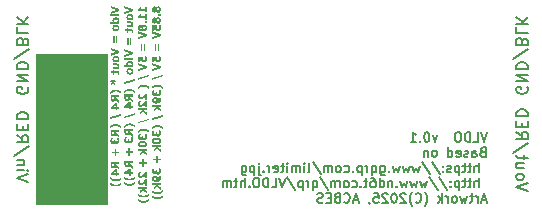
<source format=gbr>
%TF.GenerationSoftware,KiCad,Pcbnew,9.0.6*%
%TF.CreationDate,2025-11-17T11:05:33-05:00*%
%TF.ProjectId,vldo,766c646f-2e6b-4696-9361-645f70636258,0.1*%
%TF.SameCoordinates,Original*%
%TF.FileFunction,Legend,Bot*%
%TF.FilePolarity,Positive*%
%FSLAX46Y46*%
G04 Gerber Fmt 4.6, Leading zero omitted, Abs format (unit mm)*
G04 Created by KiCad (PCBNEW 9.0.6) date 2025-11-17 11:05:33*
%MOMM*%
%LPD*%
G01*
G04 APERTURE LIST*
%ADD10C,0.100000*%
%ADD11C,0.140000*%
%ADD12C,0.150000*%
G04 APERTURE END LIST*
D10*
X117856000Y-73660000D02*
X123825000Y-73660000D01*
X123825000Y-86360000D01*
X117856000Y-86360000D01*
X117856000Y-73660000D01*
G36*
X117856000Y-73660000D02*
G01*
X123825000Y-73660000D01*
X123825000Y-86360000D01*
X117856000Y-86360000D01*
X117856000Y-73660000D01*
G37*
D11*
X156041704Y-80302995D02*
X155775037Y-81102995D01*
X155775037Y-81102995D02*
X155508371Y-80302995D01*
X154860752Y-81102995D02*
X155241704Y-81102995D01*
X155241704Y-81102995D02*
X155241704Y-80302995D01*
X154594085Y-81102995D02*
X154594085Y-80302995D01*
X154594085Y-80302995D02*
X154403609Y-80302995D01*
X154403609Y-80302995D02*
X154289323Y-80341090D01*
X154289323Y-80341090D02*
X154213133Y-80417280D01*
X154213133Y-80417280D02*
X154175038Y-80493471D01*
X154175038Y-80493471D02*
X154136942Y-80645852D01*
X154136942Y-80645852D02*
X154136942Y-80760138D01*
X154136942Y-80760138D02*
X154175038Y-80912519D01*
X154175038Y-80912519D02*
X154213133Y-80988709D01*
X154213133Y-80988709D02*
X154289323Y-81064900D01*
X154289323Y-81064900D02*
X154403609Y-81102995D01*
X154403609Y-81102995D02*
X154594085Y-81102995D01*
X153641704Y-80302995D02*
X153489323Y-80302995D01*
X153489323Y-80302995D02*
X153413133Y-80341090D01*
X153413133Y-80341090D02*
X153336942Y-80417280D01*
X153336942Y-80417280D02*
X153298847Y-80569661D01*
X153298847Y-80569661D02*
X153298847Y-80836328D01*
X153298847Y-80836328D02*
X153336942Y-80988709D01*
X153336942Y-80988709D02*
X153413133Y-81064900D01*
X153413133Y-81064900D02*
X153489323Y-81102995D01*
X153489323Y-81102995D02*
X153641704Y-81102995D01*
X153641704Y-81102995D02*
X153717895Y-81064900D01*
X153717895Y-81064900D02*
X153794085Y-80988709D01*
X153794085Y-80988709D02*
X153832181Y-80836328D01*
X153832181Y-80836328D02*
X153832181Y-80569661D01*
X153832181Y-80569661D02*
X153794085Y-80417280D01*
X153794085Y-80417280D02*
X153717895Y-80341090D01*
X153717895Y-80341090D02*
X153641704Y-80302995D01*
X151813133Y-80569661D02*
X151622657Y-81102995D01*
X151622657Y-81102995D02*
X151432180Y-80569661D01*
X150975037Y-80302995D02*
X150898847Y-80302995D01*
X150898847Y-80302995D02*
X150822656Y-80341090D01*
X150822656Y-80341090D02*
X150784561Y-80379185D01*
X150784561Y-80379185D02*
X150746466Y-80455376D01*
X150746466Y-80455376D02*
X150708371Y-80607757D01*
X150708371Y-80607757D02*
X150708371Y-80798233D01*
X150708371Y-80798233D02*
X150746466Y-80950614D01*
X150746466Y-80950614D02*
X150784561Y-81026804D01*
X150784561Y-81026804D02*
X150822656Y-81064900D01*
X150822656Y-81064900D02*
X150898847Y-81102995D01*
X150898847Y-81102995D02*
X150975037Y-81102995D01*
X150975037Y-81102995D02*
X151051228Y-81064900D01*
X151051228Y-81064900D02*
X151089323Y-81026804D01*
X151089323Y-81026804D02*
X151127418Y-80950614D01*
X151127418Y-80950614D02*
X151165514Y-80798233D01*
X151165514Y-80798233D02*
X151165514Y-80607757D01*
X151165514Y-80607757D02*
X151127418Y-80455376D01*
X151127418Y-80455376D02*
X151089323Y-80379185D01*
X151089323Y-80379185D02*
X151051228Y-80341090D01*
X151051228Y-80341090D02*
X150975037Y-80302995D01*
X150365513Y-81026804D02*
X150327418Y-81064900D01*
X150327418Y-81064900D02*
X150365513Y-81102995D01*
X150365513Y-81102995D02*
X150403609Y-81064900D01*
X150403609Y-81064900D02*
X150365513Y-81026804D01*
X150365513Y-81026804D02*
X150365513Y-81102995D01*
X149565514Y-81102995D02*
X150022657Y-81102995D01*
X149794085Y-81102995D02*
X149794085Y-80302995D01*
X149794085Y-80302995D02*
X149870276Y-80417280D01*
X149870276Y-80417280D02*
X149946466Y-80493471D01*
X149946466Y-80493471D02*
X150022657Y-80531566D01*
X155660752Y-81971902D02*
X155546466Y-82009997D01*
X155546466Y-82009997D02*
X155508371Y-82048093D01*
X155508371Y-82048093D02*
X155470275Y-82124283D01*
X155470275Y-82124283D02*
X155470275Y-82238569D01*
X155470275Y-82238569D02*
X155508371Y-82314759D01*
X155508371Y-82314759D02*
X155546466Y-82352855D01*
X155546466Y-82352855D02*
X155622656Y-82390950D01*
X155622656Y-82390950D02*
X155927418Y-82390950D01*
X155927418Y-82390950D02*
X155927418Y-81590950D01*
X155927418Y-81590950D02*
X155660752Y-81590950D01*
X155660752Y-81590950D02*
X155584561Y-81629045D01*
X155584561Y-81629045D02*
X155546466Y-81667140D01*
X155546466Y-81667140D02*
X155508371Y-81743331D01*
X155508371Y-81743331D02*
X155508371Y-81819521D01*
X155508371Y-81819521D02*
X155546466Y-81895712D01*
X155546466Y-81895712D02*
X155584561Y-81933807D01*
X155584561Y-81933807D02*
X155660752Y-81971902D01*
X155660752Y-81971902D02*
X155927418Y-81971902D01*
X154784561Y-82390950D02*
X154784561Y-81971902D01*
X154784561Y-81971902D02*
X154822656Y-81895712D01*
X154822656Y-81895712D02*
X154898847Y-81857616D01*
X154898847Y-81857616D02*
X155051228Y-81857616D01*
X155051228Y-81857616D02*
X155127418Y-81895712D01*
X154784561Y-82352855D02*
X154860752Y-82390950D01*
X154860752Y-82390950D02*
X155051228Y-82390950D01*
X155051228Y-82390950D02*
X155127418Y-82352855D01*
X155127418Y-82352855D02*
X155165514Y-82276664D01*
X155165514Y-82276664D02*
X155165514Y-82200474D01*
X155165514Y-82200474D02*
X155127418Y-82124283D01*
X155127418Y-82124283D02*
X155051228Y-82086188D01*
X155051228Y-82086188D02*
X154860752Y-82086188D01*
X154860752Y-82086188D02*
X154784561Y-82048093D01*
X154441704Y-82352855D02*
X154365513Y-82390950D01*
X154365513Y-82390950D02*
X154213132Y-82390950D01*
X154213132Y-82390950D02*
X154136942Y-82352855D01*
X154136942Y-82352855D02*
X154098846Y-82276664D01*
X154098846Y-82276664D02*
X154098846Y-82238569D01*
X154098846Y-82238569D02*
X154136942Y-82162378D01*
X154136942Y-82162378D02*
X154213132Y-82124283D01*
X154213132Y-82124283D02*
X154327418Y-82124283D01*
X154327418Y-82124283D02*
X154403608Y-82086188D01*
X154403608Y-82086188D02*
X154441704Y-82009997D01*
X154441704Y-82009997D02*
X154441704Y-81971902D01*
X154441704Y-81971902D02*
X154403608Y-81895712D01*
X154403608Y-81895712D02*
X154327418Y-81857616D01*
X154327418Y-81857616D02*
X154213132Y-81857616D01*
X154213132Y-81857616D02*
X154136942Y-81895712D01*
X153451227Y-82352855D02*
X153527418Y-82390950D01*
X153527418Y-82390950D02*
X153679799Y-82390950D01*
X153679799Y-82390950D02*
X153755989Y-82352855D01*
X153755989Y-82352855D02*
X153794085Y-82276664D01*
X153794085Y-82276664D02*
X153794085Y-81971902D01*
X153794085Y-81971902D02*
X153755989Y-81895712D01*
X153755989Y-81895712D02*
X153679799Y-81857616D01*
X153679799Y-81857616D02*
X153527418Y-81857616D01*
X153527418Y-81857616D02*
X153451227Y-81895712D01*
X153451227Y-81895712D02*
X153413132Y-81971902D01*
X153413132Y-81971902D02*
X153413132Y-82048093D01*
X153413132Y-82048093D02*
X153794085Y-82124283D01*
X152727418Y-82390950D02*
X152727418Y-81590950D01*
X152727418Y-82352855D02*
X152803609Y-82390950D01*
X152803609Y-82390950D02*
X152955990Y-82390950D01*
X152955990Y-82390950D02*
X153032180Y-82352855D01*
X153032180Y-82352855D02*
X153070275Y-82314759D01*
X153070275Y-82314759D02*
X153108371Y-82238569D01*
X153108371Y-82238569D02*
X153108371Y-82009997D01*
X153108371Y-82009997D02*
X153070275Y-81933807D01*
X153070275Y-81933807D02*
X153032180Y-81895712D01*
X153032180Y-81895712D02*
X152955990Y-81857616D01*
X152955990Y-81857616D02*
X152803609Y-81857616D01*
X152803609Y-81857616D02*
X152727418Y-81895712D01*
X151622656Y-82390950D02*
X151698846Y-82352855D01*
X151698846Y-82352855D02*
X151736941Y-82314759D01*
X151736941Y-82314759D02*
X151775037Y-82238569D01*
X151775037Y-82238569D02*
X151775037Y-82009997D01*
X151775037Y-82009997D02*
X151736941Y-81933807D01*
X151736941Y-81933807D02*
X151698846Y-81895712D01*
X151698846Y-81895712D02*
X151622656Y-81857616D01*
X151622656Y-81857616D02*
X151508370Y-81857616D01*
X151508370Y-81857616D02*
X151432179Y-81895712D01*
X151432179Y-81895712D02*
X151394084Y-81933807D01*
X151394084Y-81933807D02*
X151355989Y-82009997D01*
X151355989Y-82009997D02*
X151355989Y-82238569D01*
X151355989Y-82238569D02*
X151394084Y-82314759D01*
X151394084Y-82314759D02*
X151432179Y-82352855D01*
X151432179Y-82352855D02*
X151508370Y-82390950D01*
X151508370Y-82390950D02*
X151622656Y-82390950D01*
X151013131Y-81857616D02*
X151013131Y-82390950D01*
X151013131Y-81933807D02*
X150975036Y-81895712D01*
X150975036Y-81895712D02*
X150898846Y-81857616D01*
X150898846Y-81857616D02*
X150784560Y-81857616D01*
X150784560Y-81857616D02*
X150708369Y-81895712D01*
X150708369Y-81895712D02*
X150670274Y-81971902D01*
X150670274Y-81971902D02*
X150670274Y-82390950D01*
X155317894Y-83678905D02*
X155317894Y-82878905D01*
X154975037Y-83678905D02*
X154975037Y-83259857D01*
X154975037Y-83259857D02*
X155013132Y-83183667D01*
X155013132Y-83183667D02*
X155089323Y-83145571D01*
X155089323Y-83145571D02*
X155203609Y-83145571D01*
X155203609Y-83145571D02*
X155279799Y-83183667D01*
X155279799Y-83183667D02*
X155317894Y-83221762D01*
X154708370Y-83145571D02*
X154403608Y-83145571D01*
X154594084Y-82878905D02*
X154594084Y-83564619D01*
X154594084Y-83564619D02*
X154555989Y-83640810D01*
X154555989Y-83640810D02*
X154479799Y-83678905D01*
X154479799Y-83678905D02*
X154403608Y-83678905D01*
X154251227Y-83145571D02*
X153946465Y-83145571D01*
X154136941Y-82878905D02*
X154136941Y-83564619D01*
X154136941Y-83564619D02*
X154098846Y-83640810D01*
X154098846Y-83640810D02*
X154022656Y-83678905D01*
X154022656Y-83678905D02*
X153946465Y-83678905D01*
X153679798Y-83145571D02*
X153679798Y-83945571D01*
X153679798Y-83183667D02*
X153603608Y-83145571D01*
X153603608Y-83145571D02*
X153451227Y-83145571D01*
X153451227Y-83145571D02*
X153375036Y-83183667D01*
X153375036Y-83183667D02*
X153336941Y-83221762D01*
X153336941Y-83221762D02*
X153298846Y-83297952D01*
X153298846Y-83297952D02*
X153298846Y-83526524D01*
X153298846Y-83526524D02*
X153336941Y-83602714D01*
X153336941Y-83602714D02*
X153375036Y-83640810D01*
X153375036Y-83640810D02*
X153451227Y-83678905D01*
X153451227Y-83678905D02*
X153603608Y-83678905D01*
X153603608Y-83678905D02*
X153679798Y-83640810D01*
X152994084Y-83640810D02*
X152917893Y-83678905D01*
X152917893Y-83678905D02*
X152765512Y-83678905D01*
X152765512Y-83678905D02*
X152689322Y-83640810D01*
X152689322Y-83640810D02*
X152651226Y-83564619D01*
X152651226Y-83564619D02*
X152651226Y-83526524D01*
X152651226Y-83526524D02*
X152689322Y-83450333D01*
X152689322Y-83450333D02*
X152765512Y-83412238D01*
X152765512Y-83412238D02*
X152879798Y-83412238D01*
X152879798Y-83412238D02*
X152955988Y-83374143D01*
X152955988Y-83374143D02*
X152994084Y-83297952D01*
X152994084Y-83297952D02*
X152994084Y-83259857D01*
X152994084Y-83259857D02*
X152955988Y-83183667D01*
X152955988Y-83183667D02*
X152879798Y-83145571D01*
X152879798Y-83145571D02*
X152765512Y-83145571D01*
X152765512Y-83145571D02*
X152689322Y-83183667D01*
X152308369Y-83602714D02*
X152270274Y-83640810D01*
X152270274Y-83640810D02*
X152308369Y-83678905D01*
X152308369Y-83678905D02*
X152346465Y-83640810D01*
X152346465Y-83640810D02*
X152308369Y-83602714D01*
X152308369Y-83602714D02*
X152308369Y-83678905D01*
X152308369Y-83183667D02*
X152270274Y-83221762D01*
X152270274Y-83221762D02*
X152308369Y-83259857D01*
X152308369Y-83259857D02*
X152346465Y-83221762D01*
X152346465Y-83221762D02*
X152308369Y-83183667D01*
X152308369Y-83183667D02*
X152308369Y-83259857D01*
X151355989Y-82840810D02*
X152041703Y-83869381D01*
X150517894Y-82840810D02*
X151203608Y-83869381D01*
X150327418Y-83145571D02*
X150175037Y-83678905D01*
X150175037Y-83678905D02*
X150022656Y-83297952D01*
X150022656Y-83297952D02*
X149870275Y-83678905D01*
X149870275Y-83678905D02*
X149717894Y-83145571D01*
X149489323Y-83145571D02*
X149336942Y-83678905D01*
X149336942Y-83678905D02*
X149184561Y-83297952D01*
X149184561Y-83297952D02*
X149032180Y-83678905D01*
X149032180Y-83678905D02*
X148879799Y-83145571D01*
X148651228Y-83145571D02*
X148498847Y-83678905D01*
X148498847Y-83678905D02*
X148346466Y-83297952D01*
X148346466Y-83297952D02*
X148194085Y-83678905D01*
X148194085Y-83678905D02*
X148041704Y-83145571D01*
X147736942Y-83602714D02*
X147698847Y-83640810D01*
X147698847Y-83640810D02*
X147736942Y-83678905D01*
X147736942Y-83678905D02*
X147775038Y-83640810D01*
X147775038Y-83640810D02*
X147736942Y-83602714D01*
X147736942Y-83602714D02*
X147736942Y-83678905D01*
X147013133Y-83145571D02*
X147013133Y-83793190D01*
X147013133Y-83793190D02*
X147051228Y-83869381D01*
X147051228Y-83869381D02*
X147089324Y-83907476D01*
X147089324Y-83907476D02*
X147165514Y-83945571D01*
X147165514Y-83945571D02*
X147279800Y-83945571D01*
X147279800Y-83945571D02*
X147355990Y-83907476D01*
X147013133Y-83640810D02*
X147089324Y-83678905D01*
X147089324Y-83678905D02*
X147241705Y-83678905D01*
X147241705Y-83678905D02*
X147317895Y-83640810D01*
X147317895Y-83640810D02*
X147355990Y-83602714D01*
X147355990Y-83602714D02*
X147394086Y-83526524D01*
X147394086Y-83526524D02*
X147394086Y-83297952D01*
X147394086Y-83297952D02*
X147355990Y-83221762D01*
X147355990Y-83221762D02*
X147317895Y-83183667D01*
X147317895Y-83183667D02*
X147241705Y-83145571D01*
X147241705Y-83145571D02*
X147089324Y-83145571D01*
X147089324Y-83145571D02*
X147013133Y-83183667D01*
X146289323Y-83145571D02*
X146289323Y-83945571D01*
X146289323Y-83640810D02*
X146365514Y-83678905D01*
X146365514Y-83678905D02*
X146517895Y-83678905D01*
X146517895Y-83678905D02*
X146594085Y-83640810D01*
X146594085Y-83640810D02*
X146632180Y-83602714D01*
X146632180Y-83602714D02*
X146670276Y-83526524D01*
X146670276Y-83526524D02*
X146670276Y-83297952D01*
X146670276Y-83297952D02*
X146632180Y-83221762D01*
X146632180Y-83221762D02*
X146594085Y-83183667D01*
X146594085Y-83183667D02*
X146517895Y-83145571D01*
X146517895Y-83145571D02*
X146365514Y-83145571D01*
X146365514Y-83145571D02*
X146289323Y-83183667D01*
X145908370Y-83678905D02*
X145908370Y-83145571D01*
X145908370Y-83297952D02*
X145870275Y-83221762D01*
X145870275Y-83221762D02*
X145832180Y-83183667D01*
X145832180Y-83183667D02*
X145755989Y-83145571D01*
X145755989Y-83145571D02*
X145679799Y-83145571D01*
X145413132Y-83145571D02*
X145413132Y-83945571D01*
X145413132Y-83183667D02*
X145336942Y-83145571D01*
X145336942Y-83145571D02*
X145184561Y-83145571D01*
X145184561Y-83145571D02*
X145108370Y-83183667D01*
X145108370Y-83183667D02*
X145070275Y-83221762D01*
X145070275Y-83221762D02*
X145032180Y-83297952D01*
X145032180Y-83297952D02*
X145032180Y-83526524D01*
X145032180Y-83526524D02*
X145070275Y-83602714D01*
X145070275Y-83602714D02*
X145108370Y-83640810D01*
X145108370Y-83640810D02*
X145184561Y-83678905D01*
X145184561Y-83678905D02*
X145336942Y-83678905D01*
X145336942Y-83678905D02*
X145413132Y-83640810D01*
X144689322Y-83602714D02*
X144651227Y-83640810D01*
X144651227Y-83640810D02*
X144689322Y-83678905D01*
X144689322Y-83678905D02*
X144727418Y-83640810D01*
X144727418Y-83640810D02*
X144689322Y-83602714D01*
X144689322Y-83602714D02*
X144689322Y-83678905D01*
X143965513Y-83640810D02*
X144041704Y-83678905D01*
X144041704Y-83678905D02*
X144194085Y-83678905D01*
X144194085Y-83678905D02*
X144270275Y-83640810D01*
X144270275Y-83640810D02*
X144308370Y-83602714D01*
X144308370Y-83602714D02*
X144346466Y-83526524D01*
X144346466Y-83526524D02*
X144346466Y-83297952D01*
X144346466Y-83297952D02*
X144308370Y-83221762D01*
X144308370Y-83221762D02*
X144270275Y-83183667D01*
X144270275Y-83183667D02*
X144194085Y-83145571D01*
X144194085Y-83145571D02*
X144041704Y-83145571D01*
X144041704Y-83145571D02*
X143965513Y-83183667D01*
X143508371Y-83678905D02*
X143584561Y-83640810D01*
X143584561Y-83640810D02*
X143622656Y-83602714D01*
X143622656Y-83602714D02*
X143660752Y-83526524D01*
X143660752Y-83526524D02*
X143660752Y-83297952D01*
X143660752Y-83297952D02*
X143622656Y-83221762D01*
X143622656Y-83221762D02*
X143584561Y-83183667D01*
X143584561Y-83183667D02*
X143508371Y-83145571D01*
X143508371Y-83145571D02*
X143394085Y-83145571D01*
X143394085Y-83145571D02*
X143317894Y-83183667D01*
X143317894Y-83183667D02*
X143279799Y-83221762D01*
X143279799Y-83221762D02*
X143241704Y-83297952D01*
X143241704Y-83297952D02*
X143241704Y-83526524D01*
X143241704Y-83526524D02*
X143279799Y-83602714D01*
X143279799Y-83602714D02*
X143317894Y-83640810D01*
X143317894Y-83640810D02*
X143394085Y-83678905D01*
X143394085Y-83678905D02*
X143508371Y-83678905D01*
X142898846Y-83678905D02*
X142898846Y-83145571D01*
X142898846Y-83221762D02*
X142860751Y-83183667D01*
X142860751Y-83183667D02*
X142784561Y-83145571D01*
X142784561Y-83145571D02*
X142670275Y-83145571D01*
X142670275Y-83145571D02*
X142594084Y-83183667D01*
X142594084Y-83183667D02*
X142555989Y-83259857D01*
X142555989Y-83259857D02*
X142555989Y-83678905D01*
X142555989Y-83259857D02*
X142517894Y-83183667D01*
X142517894Y-83183667D02*
X142441703Y-83145571D01*
X142441703Y-83145571D02*
X142327418Y-83145571D01*
X142327418Y-83145571D02*
X142251227Y-83183667D01*
X142251227Y-83183667D02*
X142213132Y-83259857D01*
X142213132Y-83259857D02*
X142213132Y-83678905D01*
X141260751Y-82840810D02*
X141946465Y-83869381D01*
X140879799Y-83678905D02*
X140955989Y-83640810D01*
X140955989Y-83640810D02*
X140994084Y-83564619D01*
X140994084Y-83564619D02*
X140994084Y-82878905D01*
X140575036Y-83678905D02*
X140575036Y-83145571D01*
X140575036Y-82878905D02*
X140613132Y-82917000D01*
X140613132Y-82917000D02*
X140575036Y-82955095D01*
X140575036Y-82955095D02*
X140536941Y-82917000D01*
X140536941Y-82917000D02*
X140575036Y-82878905D01*
X140575036Y-82878905D02*
X140575036Y-82955095D01*
X140194084Y-83678905D02*
X140194084Y-83145571D01*
X140194084Y-83221762D02*
X140155989Y-83183667D01*
X140155989Y-83183667D02*
X140079799Y-83145571D01*
X140079799Y-83145571D02*
X139965513Y-83145571D01*
X139965513Y-83145571D02*
X139889322Y-83183667D01*
X139889322Y-83183667D02*
X139851227Y-83259857D01*
X139851227Y-83259857D02*
X139851227Y-83678905D01*
X139851227Y-83259857D02*
X139813132Y-83183667D01*
X139813132Y-83183667D02*
X139736941Y-83145571D01*
X139736941Y-83145571D02*
X139622656Y-83145571D01*
X139622656Y-83145571D02*
X139546465Y-83183667D01*
X139546465Y-83183667D02*
X139508370Y-83259857D01*
X139508370Y-83259857D02*
X139508370Y-83678905D01*
X139127417Y-83678905D02*
X139127417Y-83145571D01*
X139127417Y-82878905D02*
X139165513Y-82917000D01*
X139165513Y-82917000D02*
X139127417Y-82955095D01*
X139127417Y-82955095D02*
X139089322Y-82917000D01*
X139089322Y-82917000D02*
X139127417Y-82878905D01*
X139127417Y-82878905D02*
X139127417Y-82955095D01*
X138860751Y-83145571D02*
X138555989Y-83145571D01*
X138746465Y-82878905D02*
X138746465Y-83564619D01*
X138746465Y-83564619D02*
X138708370Y-83640810D01*
X138708370Y-83640810D02*
X138632180Y-83678905D01*
X138632180Y-83678905D02*
X138555989Y-83678905D01*
X137984560Y-83640810D02*
X138060751Y-83678905D01*
X138060751Y-83678905D02*
X138213132Y-83678905D01*
X138213132Y-83678905D02*
X138289322Y-83640810D01*
X138289322Y-83640810D02*
X138327418Y-83564619D01*
X138327418Y-83564619D02*
X138327418Y-83259857D01*
X138327418Y-83259857D02*
X138289322Y-83183667D01*
X138289322Y-83183667D02*
X138213132Y-83145571D01*
X138213132Y-83145571D02*
X138060751Y-83145571D01*
X138060751Y-83145571D02*
X137984560Y-83183667D01*
X137984560Y-83183667D02*
X137946465Y-83259857D01*
X137946465Y-83259857D02*
X137946465Y-83336048D01*
X137946465Y-83336048D02*
X138327418Y-83412238D01*
X137603608Y-83678905D02*
X137603608Y-83145571D01*
X137603608Y-83297952D02*
X137565513Y-83221762D01*
X137565513Y-83221762D02*
X137527418Y-83183667D01*
X137527418Y-83183667D02*
X137451227Y-83145571D01*
X137451227Y-83145571D02*
X137375037Y-83145571D01*
X137108370Y-83602714D02*
X137070275Y-83640810D01*
X137070275Y-83640810D02*
X137108370Y-83678905D01*
X137108370Y-83678905D02*
X137146466Y-83640810D01*
X137146466Y-83640810D02*
X137108370Y-83602714D01*
X137108370Y-83602714D02*
X137108370Y-83678905D01*
X136727418Y-83145571D02*
X136727418Y-83831286D01*
X136727418Y-83831286D02*
X136765514Y-83907476D01*
X136765514Y-83907476D02*
X136841704Y-83945571D01*
X136841704Y-83945571D02*
X136879799Y-83945571D01*
X136727418Y-82878905D02*
X136765514Y-82917000D01*
X136765514Y-82917000D02*
X136727418Y-82955095D01*
X136727418Y-82955095D02*
X136689323Y-82917000D01*
X136689323Y-82917000D02*
X136727418Y-82878905D01*
X136727418Y-82878905D02*
X136727418Y-82955095D01*
X136346466Y-83145571D02*
X136346466Y-83945571D01*
X136346466Y-83183667D02*
X136270276Y-83145571D01*
X136270276Y-83145571D02*
X136117895Y-83145571D01*
X136117895Y-83145571D02*
X136041704Y-83183667D01*
X136041704Y-83183667D02*
X136003609Y-83221762D01*
X136003609Y-83221762D02*
X135965514Y-83297952D01*
X135965514Y-83297952D02*
X135965514Y-83526524D01*
X135965514Y-83526524D02*
X136003609Y-83602714D01*
X136003609Y-83602714D02*
X136041704Y-83640810D01*
X136041704Y-83640810D02*
X136117895Y-83678905D01*
X136117895Y-83678905D02*
X136270276Y-83678905D01*
X136270276Y-83678905D02*
X136346466Y-83640810D01*
X135279799Y-83145571D02*
X135279799Y-83793190D01*
X135279799Y-83793190D02*
X135317894Y-83869381D01*
X135317894Y-83869381D02*
X135355990Y-83907476D01*
X135355990Y-83907476D02*
X135432180Y-83945571D01*
X135432180Y-83945571D02*
X135546466Y-83945571D01*
X135546466Y-83945571D02*
X135622656Y-83907476D01*
X135279799Y-83640810D02*
X135355990Y-83678905D01*
X135355990Y-83678905D02*
X135508371Y-83678905D01*
X135508371Y-83678905D02*
X135584561Y-83640810D01*
X135584561Y-83640810D02*
X135622656Y-83602714D01*
X135622656Y-83602714D02*
X135660752Y-83526524D01*
X135660752Y-83526524D02*
X135660752Y-83297952D01*
X135660752Y-83297952D02*
X135622656Y-83221762D01*
X135622656Y-83221762D02*
X135584561Y-83183667D01*
X135584561Y-83183667D02*
X135508371Y-83145571D01*
X135508371Y-83145571D02*
X135355990Y-83145571D01*
X135355990Y-83145571D02*
X135279799Y-83183667D01*
X155317894Y-84966860D02*
X155317894Y-84166860D01*
X154975037Y-84966860D02*
X154975037Y-84547812D01*
X154975037Y-84547812D02*
X155013132Y-84471622D01*
X155013132Y-84471622D02*
X155089323Y-84433526D01*
X155089323Y-84433526D02*
X155203609Y-84433526D01*
X155203609Y-84433526D02*
X155279799Y-84471622D01*
X155279799Y-84471622D02*
X155317894Y-84509717D01*
X154708370Y-84433526D02*
X154403608Y-84433526D01*
X154594084Y-84166860D02*
X154594084Y-84852574D01*
X154594084Y-84852574D02*
X154555989Y-84928765D01*
X154555989Y-84928765D02*
X154479799Y-84966860D01*
X154479799Y-84966860D02*
X154403608Y-84966860D01*
X154251227Y-84433526D02*
X153946465Y-84433526D01*
X154136941Y-84166860D02*
X154136941Y-84852574D01*
X154136941Y-84852574D02*
X154098846Y-84928765D01*
X154098846Y-84928765D02*
X154022656Y-84966860D01*
X154022656Y-84966860D02*
X153946465Y-84966860D01*
X153679798Y-84433526D02*
X153679798Y-85233526D01*
X153679798Y-84471622D02*
X153603608Y-84433526D01*
X153603608Y-84433526D02*
X153451227Y-84433526D01*
X153451227Y-84433526D02*
X153375036Y-84471622D01*
X153375036Y-84471622D02*
X153336941Y-84509717D01*
X153336941Y-84509717D02*
X153298846Y-84585907D01*
X153298846Y-84585907D02*
X153298846Y-84814479D01*
X153298846Y-84814479D02*
X153336941Y-84890669D01*
X153336941Y-84890669D02*
X153375036Y-84928765D01*
X153375036Y-84928765D02*
X153451227Y-84966860D01*
X153451227Y-84966860D02*
X153603608Y-84966860D01*
X153603608Y-84966860D02*
X153679798Y-84928765D01*
X152955988Y-84890669D02*
X152917893Y-84928765D01*
X152917893Y-84928765D02*
X152955988Y-84966860D01*
X152955988Y-84966860D02*
X152994084Y-84928765D01*
X152994084Y-84928765D02*
X152955988Y-84890669D01*
X152955988Y-84890669D02*
X152955988Y-84966860D01*
X152955988Y-84471622D02*
X152917893Y-84509717D01*
X152917893Y-84509717D02*
X152955988Y-84547812D01*
X152955988Y-84547812D02*
X152994084Y-84509717D01*
X152994084Y-84509717D02*
X152955988Y-84471622D01*
X152955988Y-84471622D02*
X152955988Y-84547812D01*
X152003608Y-84128765D02*
X152689322Y-85157336D01*
X151165513Y-84128765D02*
X151851227Y-85157336D01*
X150975037Y-84433526D02*
X150822656Y-84966860D01*
X150822656Y-84966860D02*
X150670275Y-84585907D01*
X150670275Y-84585907D02*
X150517894Y-84966860D01*
X150517894Y-84966860D02*
X150365513Y-84433526D01*
X150136942Y-84433526D02*
X149984561Y-84966860D01*
X149984561Y-84966860D02*
X149832180Y-84585907D01*
X149832180Y-84585907D02*
X149679799Y-84966860D01*
X149679799Y-84966860D02*
X149527418Y-84433526D01*
X149298847Y-84433526D02*
X149146466Y-84966860D01*
X149146466Y-84966860D02*
X148994085Y-84585907D01*
X148994085Y-84585907D02*
X148841704Y-84966860D01*
X148841704Y-84966860D02*
X148689323Y-84433526D01*
X148384561Y-84890669D02*
X148346466Y-84928765D01*
X148346466Y-84928765D02*
X148384561Y-84966860D01*
X148384561Y-84966860D02*
X148422657Y-84928765D01*
X148422657Y-84928765D02*
X148384561Y-84890669D01*
X148384561Y-84890669D02*
X148384561Y-84966860D01*
X148003609Y-84433526D02*
X148003609Y-84966860D01*
X148003609Y-84509717D02*
X147965514Y-84471622D01*
X147965514Y-84471622D02*
X147889324Y-84433526D01*
X147889324Y-84433526D02*
X147775038Y-84433526D01*
X147775038Y-84433526D02*
X147698847Y-84471622D01*
X147698847Y-84471622D02*
X147660752Y-84547812D01*
X147660752Y-84547812D02*
X147660752Y-84966860D01*
X146936942Y-84966860D02*
X146936942Y-84166860D01*
X146936942Y-84928765D02*
X147013133Y-84966860D01*
X147013133Y-84966860D02*
X147165514Y-84966860D01*
X147165514Y-84966860D02*
X147241704Y-84928765D01*
X147241704Y-84928765D02*
X147279799Y-84890669D01*
X147279799Y-84890669D02*
X147317895Y-84814479D01*
X147317895Y-84814479D02*
X147317895Y-84585907D01*
X147317895Y-84585907D02*
X147279799Y-84509717D01*
X147279799Y-84509717D02*
X147241704Y-84471622D01*
X147241704Y-84471622D02*
X147165514Y-84433526D01*
X147165514Y-84433526D02*
X147013133Y-84433526D01*
X147013133Y-84433526D02*
X146936942Y-84471622D01*
X146213132Y-84166860D02*
X146365513Y-84166860D01*
X146365513Y-84166860D02*
X146441704Y-84204955D01*
X146441704Y-84204955D02*
X146479799Y-84243050D01*
X146479799Y-84243050D02*
X146555989Y-84357336D01*
X146555989Y-84357336D02*
X146594085Y-84509717D01*
X146594085Y-84509717D02*
X146594085Y-84814479D01*
X146594085Y-84814479D02*
X146555989Y-84890669D01*
X146555989Y-84890669D02*
X146517894Y-84928765D01*
X146517894Y-84928765D02*
X146441704Y-84966860D01*
X146441704Y-84966860D02*
X146289323Y-84966860D01*
X146289323Y-84966860D02*
X146213132Y-84928765D01*
X146213132Y-84928765D02*
X146175037Y-84890669D01*
X146175037Y-84890669D02*
X146136942Y-84814479D01*
X146136942Y-84814479D02*
X146136942Y-84624003D01*
X146136942Y-84624003D02*
X146175037Y-84547812D01*
X146175037Y-84547812D02*
X146213132Y-84509717D01*
X146213132Y-84509717D02*
X146289323Y-84471622D01*
X146289323Y-84471622D02*
X146441704Y-84471622D01*
X146441704Y-84471622D02*
X146517894Y-84509717D01*
X146517894Y-84509717D02*
X146555989Y-84547812D01*
X146555989Y-84547812D02*
X146594085Y-84624003D01*
X145908370Y-84433526D02*
X145603608Y-84433526D01*
X145794084Y-84166860D02*
X145794084Y-84852574D01*
X145794084Y-84852574D02*
X145755989Y-84928765D01*
X145755989Y-84928765D02*
X145679799Y-84966860D01*
X145679799Y-84966860D02*
X145603608Y-84966860D01*
X145336941Y-84890669D02*
X145298846Y-84928765D01*
X145298846Y-84928765D02*
X145336941Y-84966860D01*
X145336941Y-84966860D02*
X145375037Y-84928765D01*
X145375037Y-84928765D02*
X145336941Y-84890669D01*
X145336941Y-84890669D02*
X145336941Y-84966860D01*
X144613132Y-84928765D02*
X144689323Y-84966860D01*
X144689323Y-84966860D02*
X144841704Y-84966860D01*
X144841704Y-84966860D02*
X144917894Y-84928765D01*
X144917894Y-84928765D02*
X144955989Y-84890669D01*
X144955989Y-84890669D02*
X144994085Y-84814479D01*
X144994085Y-84814479D02*
X144994085Y-84585907D01*
X144994085Y-84585907D02*
X144955989Y-84509717D01*
X144955989Y-84509717D02*
X144917894Y-84471622D01*
X144917894Y-84471622D02*
X144841704Y-84433526D01*
X144841704Y-84433526D02*
X144689323Y-84433526D01*
X144689323Y-84433526D02*
X144613132Y-84471622D01*
X144155990Y-84966860D02*
X144232180Y-84928765D01*
X144232180Y-84928765D02*
X144270275Y-84890669D01*
X144270275Y-84890669D02*
X144308371Y-84814479D01*
X144308371Y-84814479D02*
X144308371Y-84585907D01*
X144308371Y-84585907D02*
X144270275Y-84509717D01*
X144270275Y-84509717D02*
X144232180Y-84471622D01*
X144232180Y-84471622D02*
X144155990Y-84433526D01*
X144155990Y-84433526D02*
X144041704Y-84433526D01*
X144041704Y-84433526D02*
X143965513Y-84471622D01*
X143965513Y-84471622D02*
X143927418Y-84509717D01*
X143927418Y-84509717D02*
X143889323Y-84585907D01*
X143889323Y-84585907D02*
X143889323Y-84814479D01*
X143889323Y-84814479D02*
X143927418Y-84890669D01*
X143927418Y-84890669D02*
X143965513Y-84928765D01*
X143965513Y-84928765D02*
X144041704Y-84966860D01*
X144041704Y-84966860D02*
X144155990Y-84966860D01*
X143546465Y-84966860D02*
X143546465Y-84433526D01*
X143546465Y-84509717D02*
X143508370Y-84471622D01*
X143508370Y-84471622D02*
X143432180Y-84433526D01*
X143432180Y-84433526D02*
X143317894Y-84433526D01*
X143317894Y-84433526D02*
X143241703Y-84471622D01*
X143241703Y-84471622D02*
X143203608Y-84547812D01*
X143203608Y-84547812D02*
X143203608Y-84966860D01*
X143203608Y-84547812D02*
X143165513Y-84471622D01*
X143165513Y-84471622D02*
X143089322Y-84433526D01*
X143089322Y-84433526D02*
X142975037Y-84433526D01*
X142975037Y-84433526D02*
X142898846Y-84471622D01*
X142898846Y-84471622D02*
X142860751Y-84547812D01*
X142860751Y-84547812D02*
X142860751Y-84966860D01*
X141908370Y-84128765D02*
X142594084Y-85157336D01*
X141298846Y-84433526D02*
X141298846Y-85233526D01*
X141298846Y-84928765D02*
X141375037Y-84966860D01*
X141375037Y-84966860D02*
X141527418Y-84966860D01*
X141527418Y-84966860D02*
X141603608Y-84928765D01*
X141603608Y-84928765D02*
X141641703Y-84890669D01*
X141641703Y-84890669D02*
X141679799Y-84814479D01*
X141679799Y-84814479D02*
X141679799Y-84585907D01*
X141679799Y-84585907D02*
X141641703Y-84509717D01*
X141641703Y-84509717D02*
X141603608Y-84471622D01*
X141603608Y-84471622D02*
X141527418Y-84433526D01*
X141527418Y-84433526D02*
X141375037Y-84433526D01*
X141375037Y-84433526D02*
X141298846Y-84471622D01*
X140917893Y-84966860D02*
X140917893Y-84433526D01*
X140917893Y-84585907D02*
X140879798Y-84509717D01*
X140879798Y-84509717D02*
X140841703Y-84471622D01*
X140841703Y-84471622D02*
X140765512Y-84433526D01*
X140765512Y-84433526D02*
X140689322Y-84433526D01*
X140422655Y-84433526D02*
X140422655Y-85233526D01*
X140422655Y-84471622D02*
X140346465Y-84433526D01*
X140346465Y-84433526D02*
X140194084Y-84433526D01*
X140194084Y-84433526D02*
X140117893Y-84471622D01*
X140117893Y-84471622D02*
X140079798Y-84509717D01*
X140079798Y-84509717D02*
X140041703Y-84585907D01*
X140041703Y-84585907D02*
X140041703Y-84814479D01*
X140041703Y-84814479D02*
X140079798Y-84890669D01*
X140079798Y-84890669D02*
X140117893Y-84928765D01*
X140117893Y-84928765D02*
X140194084Y-84966860D01*
X140194084Y-84966860D02*
X140346465Y-84966860D01*
X140346465Y-84966860D02*
X140422655Y-84928765D01*
X139127417Y-84128765D02*
X139813131Y-85157336D01*
X138975036Y-84166860D02*
X138708369Y-84966860D01*
X138708369Y-84966860D02*
X138441703Y-84166860D01*
X137794084Y-84966860D02*
X138175036Y-84966860D01*
X138175036Y-84966860D02*
X138175036Y-84166860D01*
X137527417Y-84966860D02*
X137527417Y-84166860D01*
X137527417Y-84166860D02*
X137336941Y-84166860D01*
X137336941Y-84166860D02*
X137222655Y-84204955D01*
X137222655Y-84204955D02*
X137146465Y-84281145D01*
X137146465Y-84281145D02*
X137108370Y-84357336D01*
X137108370Y-84357336D02*
X137070274Y-84509717D01*
X137070274Y-84509717D02*
X137070274Y-84624003D01*
X137070274Y-84624003D02*
X137108370Y-84776384D01*
X137108370Y-84776384D02*
X137146465Y-84852574D01*
X137146465Y-84852574D02*
X137222655Y-84928765D01*
X137222655Y-84928765D02*
X137336941Y-84966860D01*
X137336941Y-84966860D02*
X137527417Y-84966860D01*
X136575036Y-84166860D02*
X136422655Y-84166860D01*
X136422655Y-84166860D02*
X136346465Y-84204955D01*
X136346465Y-84204955D02*
X136270274Y-84281145D01*
X136270274Y-84281145D02*
X136232179Y-84433526D01*
X136232179Y-84433526D02*
X136232179Y-84700193D01*
X136232179Y-84700193D02*
X136270274Y-84852574D01*
X136270274Y-84852574D02*
X136346465Y-84928765D01*
X136346465Y-84928765D02*
X136422655Y-84966860D01*
X136422655Y-84966860D02*
X136575036Y-84966860D01*
X136575036Y-84966860D02*
X136651227Y-84928765D01*
X136651227Y-84928765D02*
X136727417Y-84852574D01*
X136727417Y-84852574D02*
X136765513Y-84700193D01*
X136765513Y-84700193D02*
X136765513Y-84433526D01*
X136765513Y-84433526D02*
X136727417Y-84281145D01*
X136727417Y-84281145D02*
X136651227Y-84204955D01*
X136651227Y-84204955D02*
X136575036Y-84166860D01*
X135889322Y-84890669D02*
X135851227Y-84928765D01*
X135851227Y-84928765D02*
X135889322Y-84966860D01*
X135889322Y-84966860D02*
X135927418Y-84928765D01*
X135927418Y-84928765D02*
X135889322Y-84890669D01*
X135889322Y-84890669D02*
X135889322Y-84966860D01*
X135508370Y-84966860D02*
X135508370Y-84166860D01*
X135165513Y-84966860D02*
X135165513Y-84547812D01*
X135165513Y-84547812D02*
X135203608Y-84471622D01*
X135203608Y-84471622D02*
X135279799Y-84433526D01*
X135279799Y-84433526D02*
X135394085Y-84433526D01*
X135394085Y-84433526D02*
X135470275Y-84471622D01*
X135470275Y-84471622D02*
X135508370Y-84509717D01*
X134898846Y-84433526D02*
X134594084Y-84433526D01*
X134784560Y-84166860D02*
X134784560Y-84852574D01*
X134784560Y-84852574D02*
X134746465Y-84928765D01*
X134746465Y-84928765D02*
X134670275Y-84966860D01*
X134670275Y-84966860D02*
X134594084Y-84966860D01*
X134327417Y-84966860D02*
X134327417Y-84433526D01*
X134327417Y-84509717D02*
X134289322Y-84471622D01*
X134289322Y-84471622D02*
X134213132Y-84433526D01*
X134213132Y-84433526D02*
X134098846Y-84433526D01*
X134098846Y-84433526D02*
X134022655Y-84471622D01*
X134022655Y-84471622D02*
X133984560Y-84547812D01*
X133984560Y-84547812D02*
X133984560Y-84966860D01*
X133984560Y-84547812D02*
X133946465Y-84471622D01*
X133946465Y-84471622D02*
X133870274Y-84433526D01*
X133870274Y-84433526D02*
X133755989Y-84433526D01*
X133755989Y-84433526D02*
X133679798Y-84471622D01*
X133679798Y-84471622D02*
X133641703Y-84547812D01*
X133641703Y-84547812D02*
X133641703Y-84966860D01*
X155965514Y-86026243D02*
X155584561Y-86026243D01*
X156041704Y-86254815D02*
X155775037Y-85454815D01*
X155775037Y-85454815D02*
X155508371Y-86254815D01*
X155241704Y-86254815D02*
X155241704Y-85721481D01*
X155241704Y-85873862D02*
X155203609Y-85797672D01*
X155203609Y-85797672D02*
X155165514Y-85759577D01*
X155165514Y-85759577D02*
X155089323Y-85721481D01*
X155089323Y-85721481D02*
X155013133Y-85721481D01*
X154860752Y-85721481D02*
X154555990Y-85721481D01*
X154746466Y-85454815D02*
X154746466Y-86140529D01*
X154746466Y-86140529D02*
X154708371Y-86216720D01*
X154708371Y-86216720D02*
X154632181Y-86254815D01*
X154632181Y-86254815D02*
X154555990Y-86254815D01*
X154365514Y-85721481D02*
X154213133Y-86254815D01*
X154213133Y-86254815D02*
X154060752Y-85873862D01*
X154060752Y-85873862D02*
X153908371Y-86254815D01*
X153908371Y-86254815D02*
X153755990Y-85721481D01*
X153336943Y-86254815D02*
X153413133Y-86216720D01*
X153413133Y-86216720D02*
X153451228Y-86178624D01*
X153451228Y-86178624D02*
X153489324Y-86102434D01*
X153489324Y-86102434D02*
X153489324Y-85873862D01*
X153489324Y-85873862D02*
X153451228Y-85797672D01*
X153451228Y-85797672D02*
X153413133Y-85759577D01*
X153413133Y-85759577D02*
X153336943Y-85721481D01*
X153336943Y-85721481D02*
X153222657Y-85721481D01*
X153222657Y-85721481D02*
X153146466Y-85759577D01*
X153146466Y-85759577D02*
X153108371Y-85797672D01*
X153108371Y-85797672D02*
X153070276Y-85873862D01*
X153070276Y-85873862D02*
X153070276Y-86102434D01*
X153070276Y-86102434D02*
X153108371Y-86178624D01*
X153108371Y-86178624D02*
X153146466Y-86216720D01*
X153146466Y-86216720D02*
X153222657Y-86254815D01*
X153222657Y-86254815D02*
X153336943Y-86254815D01*
X152727418Y-86254815D02*
X152727418Y-85721481D01*
X152727418Y-85873862D02*
X152689323Y-85797672D01*
X152689323Y-85797672D02*
X152651228Y-85759577D01*
X152651228Y-85759577D02*
X152575037Y-85721481D01*
X152575037Y-85721481D02*
X152498847Y-85721481D01*
X152232180Y-86254815D02*
X152232180Y-85454815D01*
X152155990Y-85950053D02*
X151927418Y-86254815D01*
X151927418Y-85721481D02*
X152232180Y-86026243D01*
X150746466Y-86559577D02*
X150784561Y-86521481D01*
X150784561Y-86521481D02*
X150860752Y-86407196D01*
X150860752Y-86407196D02*
X150898847Y-86331005D01*
X150898847Y-86331005D02*
X150936942Y-86216720D01*
X150936942Y-86216720D02*
X150975037Y-86026243D01*
X150975037Y-86026243D02*
X150975037Y-85873862D01*
X150975037Y-85873862D02*
X150936942Y-85683386D01*
X150936942Y-85683386D02*
X150898847Y-85569100D01*
X150898847Y-85569100D02*
X150860752Y-85492910D01*
X150860752Y-85492910D02*
X150784561Y-85378624D01*
X150784561Y-85378624D02*
X150746466Y-85340529D01*
X149984561Y-86178624D02*
X150022657Y-86216720D01*
X150022657Y-86216720D02*
X150136942Y-86254815D01*
X150136942Y-86254815D02*
X150213133Y-86254815D01*
X150213133Y-86254815D02*
X150327419Y-86216720D01*
X150327419Y-86216720D02*
X150403609Y-86140529D01*
X150403609Y-86140529D02*
X150441704Y-86064339D01*
X150441704Y-86064339D02*
X150479800Y-85911958D01*
X150479800Y-85911958D02*
X150479800Y-85797672D01*
X150479800Y-85797672D02*
X150441704Y-85645291D01*
X150441704Y-85645291D02*
X150403609Y-85569100D01*
X150403609Y-85569100D02*
X150327419Y-85492910D01*
X150327419Y-85492910D02*
X150213133Y-85454815D01*
X150213133Y-85454815D02*
X150136942Y-85454815D01*
X150136942Y-85454815D02*
X150022657Y-85492910D01*
X150022657Y-85492910D02*
X149984561Y-85531005D01*
X149717895Y-86559577D02*
X149679800Y-86521481D01*
X149679800Y-86521481D02*
X149603609Y-86407196D01*
X149603609Y-86407196D02*
X149565514Y-86331005D01*
X149565514Y-86331005D02*
X149527419Y-86216720D01*
X149527419Y-86216720D02*
X149489323Y-86026243D01*
X149489323Y-86026243D02*
X149489323Y-85873862D01*
X149489323Y-85873862D02*
X149527419Y-85683386D01*
X149527419Y-85683386D02*
X149565514Y-85569100D01*
X149565514Y-85569100D02*
X149603609Y-85492910D01*
X149603609Y-85492910D02*
X149679800Y-85378624D01*
X149679800Y-85378624D02*
X149717895Y-85340529D01*
X149146467Y-85531005D02*
X149108371Y-85492910D01*
X149108371Y-85492910D02*
X149032181Y-85454815D01*
X149032181Y-85454815D02*
X148841705Y-85454815D01*
X148841705Y-85454815D02*
X148765514Y-85492910D01*
X148765514Y-85492910D02*
X148727419Y-85531005D01*
X148727419Y-85531005D02*
X148689324Y-85607196D01*
X148689324Y-85607196D02*
X148689324Y-85683386D01*
X148689324Y-85683386D02*
X148727419Y-85797672D01*
X148727419Y-85797672D02*
X149184562Y-86254815D01*
X149184562Y-86254815D02*
X148689324Y-86254815D01*
X148194085Y-85454815D02*
X148117895Y-85454815D01*
X148117895Y-85454815D02*
X148041704Y-85492910D01*
X148041704Y-85492910D02*
X148003609Y-85531005D01*
X148003609Y-85531005D02*
X147965514Y-85607196D01*
X147965514Y-85607196D02*
X147927419Y-85759577D01*
X147927419Y-85759577D02*
X147927419Y-85950053D01*
X147927419Y-85950053D02*
X147965514Y-86102434D01*
X147965514Y-86102434D02*
X148003609Y-86178624D01*
X148003609Y-86178624D02*
X148041704Y-86216720D01*
X148041704Y-86216720D02*
X148117895Y-86254815D01*
X148117895Y-86254815D02*
X148194085Y-86254815D01*
X148194085Y-86254815D02*
X148270276Y-86216720D01*
X148270276Y-86216720D02*
X148308371Y-86178624D01*
X148308371Y-86178624D02*
X148346466Y-86102434D01*
X148346466Y-86102434D02*
X148384562Y-85950053D01*
X148384562Y-85950053D02*
X148384562Y-85759577D01*
X148384562Y-85759577D02*
X148346466Y-85607196D01*
X148346466Y-85607196D02*
X148308371Y-85531005D01*
X148308371Y-85531005D02*
X148270276Y-85492910D01*
X148270276Y-85492910D02*
X148194085Y-85454815D01*
X147622657Y-85531005D02*
X147584561Y-85492910D01*
X147584561Y-85492910D02*
X147508371Y-85454815D01*
X147508371Y-85454815D02*
X147317895Y-85454815D01*
X147317895Y-85454815D02*
X147241704Y-85492910D01*
X147241704Y-85492910D02*
X147203609Y-85531005D01*
X147203609Y-85531005D02*
X147165514Y-85607196D01*
X147165514Y-85607196D02*
X147165514Y-85683386D01*
X147165514Y-85683386D02*
X147203609Y-85797672D01*
X147203609Y-85797672D02*
X147660752Y-86254815D01*
X147660752Y-86254815D02*
X147165514Y-86254815D01*
X146441704Y-85454815D02*
X146822656Y-85454815D01*
X146822656Y-85454815D02*
X146860752Y-85835767D01*
X146860752Y-85835767D02*
X146822656Y-85797672D01*
X146822656Y-85797672D02*
X146746466Y-85759577D01*
X146746466Y-85759577D02*
X146555990Y-85759577D01*
X146555990Y-85759577D02*
X146479799Y-85797672D01*
X146479799Y-85797672D02*
X146441704Y-85835767D01*
X146441704Y-85835767D02*
X146403609Y-85911958D01*
X146403609Y-85911958D02*
X146403609Y-86102434D01*
X146403609Y-86102434D02*
X146441704Y-86178624D01*
X146441704Y-86178624D02*
X146479799Y-86216720D01*
X146479799Y-86216720D02*
X146555990Y-86254815D01*
X146555990Y-86254815D02*
X146746466Y-86254815D01*
X146746466Y-86254815D02*
X146822656Y-86216720D01*
X146822656Y-86216720D02*
X146860752Y-86178624D01*
X146022656Y-86216720D02*
X146022656Y-86254815D01*
X146022656Y-86254815D02*
X146060751Y-86331005D01*
X146060751Y-86331005D02*
X146098847Y-86369100D01*
X145108371Y-86026243D02*
X144727418Y-86026243D01*
X145184561Y-86254815D02*
X144917894Y-85454815D01*
X144917894Y-85454815D02*
X144651228Y-86254815D01*
X143927418Y-86178624D02*
X143965514Y-86216720D01*
X143965514Y-86216720D02*
X144079799Y-86254815D01*
X144079799Y-86254815D02*
X144155990Y-86254815D01*
X144155990Y-86254815D02*
X144270276Y-86216720D01*
X144270276Y-86216720D02*
X144346466Y-86140529D01*
X144346466Y-86140529D02*
X144384561Y-86064339D01*
X144384561Y-86064339D02*
X144422657Y-85911958D01*
X144422657Y-85911958D02*
X144422657Y-85797672D01*
X144422657Y-85797672D02*
X144384561Y-85645291D01*
X144384561Y-85645291D02*
X144346466Y-85569100D01*
X144346466Y-85569100D02*
X144270276Y-85492910D01*
X144270276Y-85492910D02*
X144155990Y-85454815D01*
X144155990Y-85454815D02*
X144079799Y-85454815D01*
X144079799Y-85454815D02*
X143965514Y-85492910D01*
X143965514Y-85492910D02*
X143927418Y-85531005D01*
X143470276Y-85797672D02*
X143546466Y-85759577D01*
X143546466Y-85759577D02*
X143584561Y-85721481D01*
X143584561Y-85721481D02*
X143622657Y-85645291D01*
X143622657Y-85645291D02*
X143622657Y-85607196D01*
X143622657Y-85607196D02*
X143584561Y-85531005D01*
X143584561Y-85531005D02*
X143546466Y-85492910D01*
X143546466Y-85492910D02*
X143470276Y-85454815D01*
X143470276Y-85454815D02*
X143317895Y-85454815D01*
X143317895Y-85454815D02*
X143241704Y-85492910D01*
X143241704Y-85492910D02*
X143203609Y-85531005D01*
X143203609Y-85531005D02*
X143165514Y-85607196D01*
X143165514Y-85607196D02*
X143165514Y-85645291D01*
X143165514Y-85645291D02*
X143203609Y-85721481D01*
X143203609Y-85721481D02*
X143241704Y-85759577D01*
X143241704Y-85759577D02*
X143317895Y-85797672D01*
X143317895Y-85797672D02*
X143470276Y-85797672D01*
X143470276Y-85797672D02*
X143546466Y-85835767D01*
X143546466Y-85835767D02*
X143584561Y-85873862D01*
X143584561Y-85873862D02*
X143622657Y-85950053D01*
X143622657Y-85950053D02*
X143622657Y-86102434D01*
X143622657Y-86102434D02*
X143584561Y-86178624D01*
X143584561Y-86178624D02*
X143546466Y-86216720D01*
X143546466Y-86216720D02*
X143470276Y-86254815D01*
X143470276Y-86254815D02*
X143317895Y-86254815D01*
X143317895Y-86254815D02*
X143241704Y-86216720D01*
X143241704Y-86216720D02*
X143203609Y-86178624D01*
X143203609Y-86178624D02*
X143165514Y-86102434D01*
X143165514Y-86102434D02*
X143165514Y-85950053D01*
X143165514Y-85950053D02*
X143203609Y-85873862D01*
X143203609Y-85873862D02*
X143241704Y-85835767D01*
X143241704Y-85835767D02*
X143317895Y-85797672D01*
X142822656Y-85835767D02*
X142555990Y-85835767D01*
X142441704Y-86254815D02*
X142822656Y-86254815D01*
X142822656Y-86254815D02*
X142822656Y-85454815D01*
X142822656Y-85454815D02*
X142441704Y-85454815D01*
X142136942Y-86216720D02*
X142022656Y-86254815D01*
X142022656Y-86254815D02*
X141832180Y-86254815D01*
X141832180Y-86254815D02*
X141755989Y-86216720D01*
X141755989Y-86216720D02*
X141717894Y-86178624D01*
X141717894Y-86178624D02*
X141679799Y-86102434D01*
X141679799Y-86102434D02*
X141679799Y-86026243D01*
X141679799Y-86026243D02*
X141717894Y-85950053D01*
X141717894Y-85950053D02*
X141755989Y-85911958D01*
X141755989Y-85911958D02*
X141832180Y-85873862D01*
X141832180Y-85873862D02*
X141984561Y-85835767D01*
X141984561Y-85835767D02*
X142060751Y-85797672D01*
X142060751Y-85797672D02*
X142098846Y-85759577D01*
X142098846Y-85759577D02*
X142136942Y-85683386D01*
X142136942Y-85683386D02*
X142136942Y-85607196D01*
X142136942Y-85607196D02*
X142098846Y-85531005D01*
X142098846Y-85531005D02*
X142060751Y-85492910D01*
X142060751Y-85492910D02*
X141984561Y-85454815D01*
X141984561Y-85454815D02*
X141794084Y-85454815D01*
X141794084Y-85454815D02*
X141679799Y-85492910D01*
D12*
X117160561Y-76482411D02*
X117208180Y-76577649D01*
X117208180Y-76577649D02*
X117208180Y-76720506D01*
X117208180Y-76720506D02*
X117160561Y-76863363D01*
X117160561Y-76863363D02*
X117065323Y-76958601D01*
X117065323Y-76958601D02*
X116970085Y-77006220D01*
X116970085Y-77006220D02*
X116779609Y-77053839D01*
X116779609Y-77053839D02*
X116636752Y-77053839D01*
X116636752Y-77053839D02*
X116446276Y-77006220D01*
X116446276Y-77006220D02*
X116351038Y-76958601D01*
X116351038Y-76958601D02*
X116255800Y-76863363D01*
X116255800Y-76863363D02*
X116208180Y-76720506D01*
X116208180Y-76720506D02*
X116208180Y-76625268D01*
X116208180Y-76625268D02*
X116255800Y-76482411D01*
X116255800Y-76482411D02*
X116303419Y-76434792D01*
X116303419Y-76434792D02*
X116636752Y-76434792D01*
X116636752Y-76434792D02*
X116636752Y-76625268D01*
X116208180Y-76006220D02*
X117208180Y-76006220D01*
X117208180Y-76006220D02*
X116208180Y-75434792D01*
X116208180Y-75434792D02*
X117208180Y-75434792D01*
X116208180Y-74958601D02*
X117208180Y-74958601D01*
X117208180Y-74958601D02*
X117208180Y-74720506D01*
X117208180Y-74720506D02*
X117160561Y-74577649D01*
X117160561Y-74577649D02*
X117065323Y-74482411D01*
X117065323Y-74482411D02*
X116970085Y-74434792D01*
X116970085Y-74434792D02*
X116779609Y-74387173D01*
X116779609Y-74387173D02*
X116636752Y-74387173D01*
X116636752Y-74387173D02*
X116446276Y-74434792D01*
X116446276Y-74434792D02*
X116351038Y-74482411D01*
X116351038Y-74482411D02*
X116255800Y-74577649D01*
X116255800Y-74577649D02*
X116208180Y-74720506D01*
X116208180Y-74720506D02*
X116208180Y-74958601D01*
X117255800Y-73244316D02*
X115970085Y-74101458D01*
X116731990Y-72577649D02*
X116684371Y-72434792D01*
X116684371Y-72434792D02*
X116636752Y-72387173D01*
X116636752Y-72387173D02*
X116541514Y-72339554D01*
X116541514Y-72339554D02*
X116398657Y-72339554D01*
X116398657Y-72339554D02*
X116303419Y-72387173D01*
X116303419Y-72387173D02*
X116255800Y-72434792D01*
X116255800Y-72434792D02*
X116208180Y-72530030D01*
X116208180Y-72530030D02*
X116208180Y-72910982D01*
X116208180Y-72910982D02*
X117208180Y-72910982D01*
X117208180Y-72910982D02*
X117208180Y-72577649D01*
X117208180Y-72577649D02*
X117160561Y-72482411D01*
X117160561Y-72482411D02*
X117112942Y-72434792D01*
X117112942Y-72434792D02*
X117017704Y-72387173D01*
X117017704Y-72387173D02*
X116922466Y-72387173D01*
X116922466Y-72387173D02*
X116827228Y-72434792D01*
X116827228Y-72434792D02*
X116779609Y-72482411D01*
X116779609Y-72482411D02*
X116731990Y-72577649D01*
X116731990Y-72577649D02*
X116731990Y-72910982D01*
X116208180Y-71434792D02*
X116208180Y-71910982D01*
X116208180Y-71910982D02*
X117208180Y-71910982D01*
X116208180Y-71101458D02*
X117208180Y-71101458D01*
X116208180Y-70530030D02*
X116779609Y-70958601D01*
X117208180Y-70530030D02*
X116636752Y-71101458D01*
X159499180Y-85277077D02*
X158499180Y-84943744D01*
X158499180Y-84943744D02*
X159499180Y-84610411D01*
X158499180Y-84134220D02*
X158546800Y-84229458D01*
X158546800Y-84229458D02*
X158594419Y-84277077D01*
X158594419Y-84277077D02*
X158689657Y-84324696D01*
X158689657Y-84324696D02*
X158975371Y-84324696D01*
X158975371Y-84324696D02*
X159070609Y-84277077D01*
X159070609Y-84277077D02*
X159118228Y-84229458D01*
X159118228Y-84229458D02*
X159165847Y-84134220D01*
X159165847Y-84134220D02*
X159165847Y-83991363D01*
X159165847Y-83991363D02*
X159118228Y-83896125D01*
X159118228Y-83896125D02*
X159070609Y-83848506D01*
X159070609Y-83848506D02*
X158975371Y-83800887D01*
X158975371Y-83800887D02*
X158689657Y-83800887D01*
X158689657Y-83800887D02*
X158594419Y-83848506D01*
X158594419Y-83848506D02*
X158546800Y-83896125D01*
X158546800Y-83896125D02*
X158499180Y-83991363D01*
X158499180Y-83991363D02*
X158499180Y-84134220D01*
X159165847Y-82943744D02*
X158499180Y-82943744D01*
X159165847Y-83372315D02*
X158642038Y-83372315D01*
X158642038Y-83372315D02*
X158546800Y-83324696D01*
X158546800Y-83324696D02*
X158499180Y-83229458D01*
X158499180Y-83229458D02*
X158499180Y-83086601D01*
X158499180Y-83086601D02*
X158546800Y-82991363D01*
X158546800Y-82991363D02*
X158594419Y-82943744D01*
X159165847Y-82610410D02*
X159165847Y-82229458D01*
X159499180Y-82467553D02*
X158642038Y-82467553D01*
X158642038Y-82467553D02*
X158546800Y-82419934D01*
X158546800Y-82419934D02*
X158499180Y-82324696D01*
X158499180Y-82324696D02*
X158499180Y-82229458D01*
X159546800Y-81181839D02*
X158261085Y-82038981D01*
X158499180Y-80277077D02*
X158975371Y-80610410D01*
X158499180Y-80848505D02*
X159499180Y-80848505D01*
X159499180Y-80848505D02*
X159499180Y-80467553D01*
X159499180Y-80467553D02*
X159451561Y-80372315D01*
X159451561Y-80372315D02*
X159403942Y-80324696D01*
X159403942Y-80324696D02*
X159308704Y-80277077D01*
X159308704Y-80277077D02*
X159165847Y-80277077D01*
X159165847Y-80277077D02*
X159070609Y-80324696D01*
X159070609Y-80324696D02*
X159022990Y-80372315D01*
X159022990Y-80372315D02*
X158975371Y-80467553D01*
X158975371Y-80467553D02*
X158975371Y-80848505D01*
X159022990Y-79848505D02*
X159022990Y-79515172D01*
X158499180Y-79372315D02*
X158499180Y-79848505D01*
X158499180Y-79848505D02*
X159499180Y-79848505D01*
X159499180Y-79848505D02*
X159499180Y-79372315D01*
X158499180Y-78943743D02*
X159499180Y-78943743D01*
X159499180Y-78943743D02*
X159499180Y-78705648D01*
X159499180Y-78705648D02*
X159451561Y-78562791D01*
X159451561Y-78562791D02*
X159356323Y-78467553D01*
X159356323Y-78467553D02*
X159261085Y-78419934D01*
X159261085Y-78419934D02*
X159070609Y-78372315D01*
X159070609Y-78372315D02*
X158927752Y-78372315D01*
X158927752Y-78372315D02*
X158737276Y-78419934D01*
X158737276Y-78419934D02*
X158642038Y-78467553D01*
X158642038Y-78467553D02*
X158546800Y-78562791D01*
X158546800Y-78562791D02*
X158499180Y-78705648D01*
X158499180Y-78705648D02*
X158499180Y-78943743D01*
D11*
G36*
X124165764Y-70264492D02*
G01*
X124877000Y-70019663D01*
X124877000Y-69833178D01*
X124165764Y-69588349D01*
X124165764Y-69773894D01*
X124647729Y-69928793D01*
X124165764Y-70083734D01*
X124165764Y-70264492D01*
G37*
G36*
X124877000Y-70488762D02*
G01*
X124877000Y-70321382D01*
X124132938Y-70321382D01*
X124132938Y-70488762D01*
X124877000Y-70488762D01*
G37*
G36*
X124677484Y-70582376D02*
G01*
X124732026Y-70593069D01*
X124778127Y-70609801D01*
X124817075Y-70632120D01*
X124850984Y-70661856D01*
X124874408Y-70695392D01*
X124888529Y-70733492D01*
X124893413Y-70777488D01*
X124891982Y-70803746D01*
X124888113Y-70824333D01*
X124872683Y-70864041D01*
X124849730Y-70900629D01*
X124821050Y-70937687D01*
X124877000Y-70937687D01*
X124877000Y-71105066D01*
X124132938Y-71105066D01*
X124132938Y-70937687D01*
X124360756Y-70937687D01*
X124343942Y-70902600D01*
X124333272Y-70874812D01*
X124332376Y-70870752D01*
X124450258Y-70870752D01*
X124454362Y-70905159D01*
X124464705Y-70937687D01*
X124729880Y-70937687D01*
X124743223Y-70918113D01*
X124753474Y-70896568D01*
X124759996Y-70873959D01*
X124762108Y-70852073D01*
X124757744Y-70817906D01*
X124745776Y-70792596D01*
X124726503Y-70773897D01*
X124701374Y-70761657D01*
X124664227Y-70753077D01*
X124611013Y-70749748D01*
X124561069Y-70753606D01*
X124522393Y-70764086D01*
X124492616Y-70780095D01*
X124474314Y-70796885D01*
X124461265Y-70817073D01*
X124453141Y-70841341D01*
X124450258Y-70870752D01*
X124332376Y-70870752D01*
X124326873Y-70845816D01*
X124324424Y-70805698D01*
X124329532Y-70760508D01*
X124344855Y-70717691D01*
X124368962Y-70679144D01*
X124400292Y-70646952D01*
X124441558Y-70618655D01*
X124490565Y-70596730D01*
X124525589Y-70586980D01*
X124566122Y-70580765D01*
X124612979Y-70578564D01*
X124677484Y-70582376D01*
G37*
G36*
X124662587Y-71197068D02*
G01*
X124709218Y-71206376D01*
X124750038Y-71221191D01*
X124785865Y-71241279D01*
X124817331Y-71266718D01*
X124843922Y-71297127D01*
X124864862Y-71332013D01*
X124880293Y-71372031D01*
X124889998Y-71418058D01*
X124893413Y-71471156D01*
X124889983Y-71524680D01*
X124880251Y-71570932D01*
X124864803Y-71611005D01*
X124843873Y-71645809D01*
X124817331Y-71676020D01*
X124777368Y-71706757D01*
X124730340Y-71729261D01*
X124674871Y-71743442D01*
X124609175Y-71748469D01*
X124555517Y-71745204D01*
X124508723Y-71735910D01*
X124467810Y-71721128D01*
X124431951Y-71701102D01*
X124400506Y-71675764D01*
X124373939Y-71645462D01*
X124353004Y-71610625D01*
X124337565Y-71570588D01*
X124327847Y-71524457D01*
X124324424Y-71471156D01*
X124444787Y-71471156D01*
X124446836Y-71494176D01*
X124452652Y-71513684D01*
X124463152Y-71530957D01*
X124480435Y-71547152D01*
X124501497Y-71559072D01*
X124530999Y-71568908D01*
X124564601Y-71574635D01*
X124610115Y-71576815D01*
X124658174Y-71574626D01*
X124689702Y-71569164D01*
X124716853Y-71559488D01*
X124738856Y-71546682D01*
X124753716Y-71532278D01*
X124764501Y-71513428D01*
X124770971Y-71492545D01*
X124773050Y-71472566D01*
X124770854Y-71448935D01*
X124764501Y-71428071D01*
X124753535Y-71409783D01*
X124737403Y-71394604D01*
X124717416Y-71383367D01*
X124689232Y-71373575D01*
X124656689Y-71367731D01*
X124610115Y-71365453D01*
X124563292Y-71367824D01*
X124528862Y-71374045D01*
X124498816Y-71384641D01*
X124478041Y-71396997D01*
X124461296Y-71413535D01*
X124451669Y-71430465D01*
X124446570Y-71449378D01*
X124444787Y-71471156D01*
X124324424Y-71471156D01*
X124327822Y-71418031D01*
X124337475Y-71371990D01*
X124352818Y-71331973D01*
X124373627Y-71297101D01*
X124400036Y-71266718D01*
X124431274Y-71241350D01*
X124467049Y-71221275D01*
X124508024Y-71206435D01*
X124555060Y-71197088D01*
X124609175Y-71193800D01*
X124662587Y-71197068D01*
G37*
G36*
X124504969Y-72754328D02*
G01*
X124504969Y-72167132D01*
X124381870Y-72167132D01*
X124381870Y-72754328D01*
X124504969Y-72754328D01*
G37*
G36*
X124742959Y-72754328D02*
G01*
X124742959Y-72167132D01*
X124619861Y-72167132D01*
X124619861Y-72754328D01*
X124742959Y-72754328D01*
G37*
G36*
X124165764Y-73816565D02*
G01*
X124877000Y-73571736D01*
X124877000Y-73385250D01*
X124165764Y-73140421D01*
X124165764Y-73325966D01*
X124647729Y-73480865D01*
X124165764Y-73635807D01*
X124165764Y-73816565D01*
G37*
G36*
X124662587Y-73837528D02*
G01*
X124709218Y-73846836D01*
X124750038Y-73861651D01*
X124785865Y-73881740D01*
X124817331Y-73907179D01*
X124843922Y-73937588D01*
X124864862Y-73972473D01*
X124880293Y-74012491D01*
X124889998Y-74058519D01*
X124893413Y-74111616D01*
X124889983Y-74165140D01*
X124880251Y-74211392D01*
X124864803Y-74251466D01*
X124843873Y-74286270D01*
X124817331Y-74316481D01*
X124777368Y-74347217D01*
X124730340Y-74369722D01*
X124674871Y-74383902D01*
X124609175Y-74388930D01*
X124555517Y-74385664D01*
X124508723Y-74376370D01*
X124467810Y-74361588D01*
X124431951Y-74341562D01*
X124400506Y-74316225D01*
X124373939Y-74285923D01*
X124353004Y-74251086D01*
X124337565Y-74211049D01*
X124327847Y-74164918D01*
X124324424Y-74111616D01*
X124444787Y-74111616D01*
X124446836Y-74134637D01*
X124452652Y-74154145D01*
X124463152Y-74171418D01*
X124480435Y-74187612D01*
X124501497Y-74199532D01*
X124530999Y-74209368D01*
X124564601Y-74215096D01*
X124610115Y-74217276D01*
X124658174Y-74215086D01*
X124689702Y-74209625D01*
X124716853Y-74199948D01*
X124738856Y-74187142D01*
X124753716Y-74172738D01*
X124764501Y-74153889D01*
X124770971Y-74133006D01*
X124773050Y-74113027D01*
X124770854Y-74089395D01*
X124764501Y-74068532D01*
X124753535Y-74050244D01*
X124737403Y-74035064D01*
X124717416Y-74023827D01*
X124689232Y-74014035D01*
X124656689Y-74008192D01*
X124610115Y-74005914D01*
X124563292Y-74008284D01*
X124528862Y-74014505D01*
X124498816Y-74025102D01*
X124478041Y-74037458D01*
X124461296Y-74053996D01*
X124451669Y-74070925D01*
X124446570Y-74089838D01*
X124444787Y-74111616D01*
X124324424Y-74111616D01*
X124327822Y-74058492D01*
X124337475Y-74012451D01*
X124352818Y-73972433D01*
X124373627Y-73937562D01*
X124400036Y-73907179D01*
X124431274Y-73881811D01*
X124467049Y-73861736D01*
X124508024Y-73846895D01*
X124555060Y-73837549D01*
X124609175Y-73834260D01*
X124662587Y-73837528D01*
G37*
G36*
X124877000Y-74976767D02*
G01*
X124877000Y-74809387D01*
X124819212Y-74809387D01*
X124852405Y-74765949D01*
X124874520Y-74729502D01*
X124884746Y-74704613D01*
X124891158Y-74676007D01*
X124893413Y-74642991D01*
X124889968Y-74603668D01*
X124880214Y-74570519D01*
X124864583Y-74542372D01*
X124842891Y-74518397D01*
X124816704Y-74500058D01*
X124783700Y-74486108D01*
X124742367Y-74477004D01*
X124690856Y-74473688D01*
X124340838Y-74473688D01*
X124340838Y-74642008D01*
X124607423Y-74642008D01*
X124675426Y-74644145D01*
X124700501Y-74648000D01*
X124719921Y-74654446D01*
X124734664Y-74664209D01*
X124745310Y-74678125D01*
X124751486Y-74695980D01*
X124753901Y-74722834D01*
X124751958Y-74741122D01*
X124745310Y-74764679D01*
X124735110Y-74787962D01*
X124721844Y-74809387D01*
X124340838Y-74809387D01*
X124340838Y-74976767D01*
X124877000Y-74976767D01*
G37*
G36*
X124887942Y-75310757D02*
G01*
X124884733Y-75258405D01*
X124876041Y-75217537D01*
X124862942Y-75185941D01*
X124846011Y-75161799D01*
X124823664Y-75142672D01*
X124794519Y-75128173D01*
X124756918Y-75118663D01*
X124708722Y-75115167D01*
X124458465Y-75115167D01*
X124458465Y-75051096D01*
X124340838Y-75051096D01*
X124340838Y-75115167D01*
X124187648Y-75115167D01*
X124187648Y-75282547D01*
X124340838Y-75282547D01*
X124340838Y-75443686D01*
X124458465Y-75443686D01*
X124458465Y-75282547D01*
X124647686Y-75282547D01*
X124696626Y-75283017D01*
X124716798Y-75285233D01*
X124734197Y-75290668D01*
X124748957Y-75299813D01*
X124760569Y-75314347D01*
X124767538Y-75333551D01*
X124770314Y-75363843D01*
X124764544Y-75398978D01*
X124753901Y-75429325D01*
X124753901Y-75443686D01*
X124872554Y-75443686D01*
X124883838Y-75385813D01*
X124887942Y-75310757D01*
G37*
G36*
X124466672Y-76276267D02*
G01*
X124540060Y-76227028D01*
X124436709Y-76077857D01*
X124603448Y-76083114D01*
X124603448Y-75987456D01*
X124441496Y-75990320D01*
X124540531Y-75844483D01*
X124466201Y-75795713D01*
X124368193Y-75960229D01*
X124269800Y-75796654D01*
X124195855Y-75844483D01*
X124295360Y-75990320D01*
X124132938Y-75987456D01*
X124132938Y-76082644D01*
X124295360Y-76079737D01*
X124196325Y-76227028D01*
X124270270Y-76276267D01*
X124367723Y-76110854D01*
X124466672Y-76276267D01*
G37*
G36*
X125073957Y-77051189D02*
G01*
X125073957Y-76875731D01*
X125024724Y-76836834D01*
X124974495Y-76802086D01*
X124921697Y-76771508D01*
X124864519Y-76745195D01*
X124807625Y-76725468D01*
X124742617Y-76710018D01*
X124674821Y-76700574D01*
X124603448Y-76697366D01*
X124526506Y-76700809D01*
X124460474Y-76710488D01*
X124398129Y-76725929D01*
X124343317Y-76744725D01*
X124286983Y-76770297D01*
X124234067Y-76800889D01*
X124183430Y-76835964D01*
X124132938Y-76875731D01*
X124132938Y-77051189D01*
X124146787Y-77051189D01*
X124183644Y-77013729D01*
X124225946Y-76977330D01*
X124272857Y-76944133D01*
X124329468Y-76912062D01*
X124388544Y-76886406D01*
X124455687Y-76865430D01*
X124526466Y-76852099D01*
X124603448Y-76847521D01*
X124683031Y-76852076D01*
X124751678Y-76864960D01*
X124816622Y-76885579D01*
X124877427Y-76912062D01*
X124931762Y-76942901D01*
X124979966Y-76976817D01*
X125023780Y-77014116D01*
X125060108Y-77051189D01*
X125073957Y-77051189D01*
G37*
G36*
X124877000Y-77340812D02*
G01*
X124617125Y-77340812D01*
X124617125Y-77404883D01*
X124877000Y-77603336D01*
X124877000Y-77821366D01*
X124575408Y-77581794D01*
X124552594Y-77620741D01*
X124525618Y-77653344D01*
X124494326Y-77680273D01*
X124458584Y-77700058D01*
X124414942Y-77712614D01*
X124361482Y-77717117D01*
X124323440Y-77714360D01*
X124292019Y-77706671D01*
X124266038Y-77694634D01*
X124231894Y-77668341D01*
X124204062Y-77633897D01*
X124184639Y-77595004D01*
X124173202Y-77552601D01*
X124167766Y-77506727D01*
X124165764Y-77449335D01*
X124165764Y-77400566D01*
X124297069Y-77400566D01*
X124298950Y-77451729D01*
X124302194Y-77471631D01*
X124307883Y-77489043D01*
X124320788Y-77509929D01*
X124337333Y-77523194D01*
X124357656Y-77530792D01*
X124382725Y-77533495D01*
X124410775Y-77531184D01*
X124430768Y-77525118D01*
X124447673Y-77514651D01*
X124462269Y-77499558D01*
X124474204Y-77479762D01*
X124481375Y-77455319D01*
X124484607Y-77427863D01*
X124485820Y-77391975D01*
X124485820Y-77340812D01*
X124297069Y-77340812D01*
X124297069Y-77400566D01*
X124165764Y-77400566D01*
X124165764Y-77162918D01*
X124877000Y-77162918D01*
X124877000Y-77340812D01*
G37*
G36*
X124712868Y-78135224D02*
G01*
X124879735Y-78135224D01*
X124879735Y-78307861D01*
X124712868Y-78307861D01*
X124712868Y-78403989D01*
X124581563Y-78403989D01*
X124581563Y-78307861D01*
X124165764Y-78307861D01*
X124165764Y-78135224D01*
X124340667Y-78135224D01*
X124581563Y-78135224D01*
X124581563Y-77954979D01*
X124340667Y-78135224D01*
X124165764Y-78135224D01*
X124165764Y-78129497D01*
X124576819Y-77822007D01*
X124712868Y-77822007D01*
X124712868Y-78135224D01*
G37*
G36*
X124132938Y-79187972D02*
G01*
X125032924Y-78904418D01*
X125032924Y-78767172D01*
X124132938Y-79049315D01*
X124132938Y-79187972D01*
G37*
G36*
X125073957Y-79969305D02*
G01*
X125073957Y-79793847D01*
X125024724Y-79754950D01*
X124974495Y-79720201D01*
X124921697Y-79689624D01*
X124864519Y-79663311D01*
X124807625Y-79643584D01*
X124742617Y-79628134D01*
X124674821Y-79618689D01*
X124603448Y-79615482D01*
X124526506Y-79618925D01*
X124460474Y-79628604D01*
X124398129Y-79644045D01*
X124343317Y-79662841D01*
X124286983Y-79688413D01*
X124234067Y-79719005D01*
X124183430Y-79754080D01*
X124132938Y-79793847D01*
X124132938Y-79969305D01*
X124146787Y-79969305D01*
X124183644Y-79931844D01*
X124225946Y-79895446D01*
X124272857Y-79862249D01*
X124329468Y-79830178D01*
X124388544Y-79804522D01*
X124455687Y-79783546D01*
X124526466Y-79770214D01*
X124603448Y-79765637D01*
X124683031Y-79770192D01*
X124751678Y-79783076D01*
X124816622Y-79803695D01*
X124877427Y-79830178D01*
X124931762Y-79861016D01*
X124979966Y-79894933D01*
X125023780Y-79932232D01*
X125060108Y-79969305D01*
X125073957Y-79969305D01*
G37*
G36*
X124877000Y-80258928D02*
G01*
X124617125Y-80258928D01*
X124617125Y-80322999D01*
X124877000Y-80521452D01*
X124877000Y-80739482D01*
X124575408Y-80499910D01*
X124552594Y-80538857D01*
X124525618Y-80571460D01*
X124494326Y-80598389D01*
X124458584Y-80618174D01*
X124414942Y-80630730D01*
X124361482Y-80635233D01*
X124323440Y-80632476D01*
X124292019Y-80624787D01*
X124266038Y-80612750D01*
X124231894Y-80586457D01*
X124204062Y-80552013D01*
X124184639Y-80513120D01*
X124173202Y-80470717D01*
X124167766Y-80424843D01*
X124165764Y-80367451D01*
X124165764Y-80318682D01*
X124297069Y-80318682D01*
X124298950Y-80369845D01*
X124302194Y-80389747D01*
X124307883Y-80407159D01*
X124320788Y-80428045D01*
X124337333Y-80441310D01*
X124357656Y-80448908D01*
X124382725Y-80451611D01*
X124410775Y-80449299D01*
X124430768Y-80443233D01*
X124447673Y-80432766D01*
X124462269Y-80417673D01*
X124474204Y-80397878D01*
X124481375Y-80373435D01*
X124484607Y-80345978D01*
X124485820Y-80310091D01*
X124485820Y-80258928D01*
X124297069Y-80258928D01*
X124297069Y-80318682D01*
X124165764Y-80318682D01*
X124165764Y-80081034D01*
X124877000Y-80081034D01*
X124877000Y-80258928D01*
G37*
G36*
X124663116Y-81296288D02*
G01*
X124713494Y-81291330D01*
X124758218Y-81276926D01*
X124785432Y-81262035D01*
X124809707Y-81243228D01*
X124831308Y-81220249D01*
X124857588Y-81179719D01*
X124877384Y-81131516D01*
X124889066Y-81077611D01*
X124893413Y-81007434D01*
X124889651Y-80927267D01*
X124879521Y-80864717D01*
X124863984Y-80808227D01*
X124848405Y-80767863D01*
X124693720Y-80767863D01*
X124693720Y-80785088D01*
X124717046Y-80826627D01*
X124737958Y-80877113D01*
X124752268Y-80929222D01*
X124756637Y-80973497D01*
X124752063Y-81029661D01*
X124744507Y-81058160D01*
X124731974Y-81080610D01*
X124718449Y-81095245D01*
X124702183Y-81106640D01*
X124682391Y-81113695D01*
X124652088Y-81116471D01*
X124622668Y-81112654D01*
X124602977Y-81102579D01*
X124588301Y-81086668D01*
X124578058Y-81065778D01*
X124571803Y-81041528D01*
X124568869Y-81010768D01*
X124567886Y-80954348D01*
X124567886Y-80923745D01*
X124444787Y-80923745D01*
X124444787Y-80951955D01*
X124441881Y-81011709D01*
X124437330Y-81037748D01*
X124430298Y-81058127D01*
X124419209Y-81075317D01*
X124404738Y-81088004D01*
X124386450Y-81095827D01*
X124360328Y-81098775D01*
X124340022Y-81096103D01*
X124324852Y-81088731D01*
X124312571Y-81077461D01*
X124303352Y-81063855D01*
X124296253Y-81045695D01*
X124291769Y-81023719D01*
X124288863Y-80984482D01*
X124290399Y-80958151D01*
X124295103Y-80930925D01*
X124310832Y-80877839D01*
X124330665Y-80835738D01*
X124349044Y-80803254D01*
X124349044Y-80788422D01*
X124196924Y-80788422D01*
X124182407Y-80828656D01*
X124166662Y-80887627D01*
X124155744Y-80950579D01*
X124152087Y-81015085D01*
X124155054Y-81076501D01*
X124163114Y-81125318D01*
X124177026Y-81169558D01*
X124195128Y-81204905D01*
X124220978Y-81237022D01*
X124252318Y-81259444D01*
X124288682Y-81272949D01*
X124330494Y-81277610D01*
X124369783Y-81273602D01*
X124404950Y-81261901D01*
X124436923Y-81242433D01*
X124463809Y-81216521D01*
X124483355Y-81185974D01*
X124495993Y-81149938D01*
X124502575Y-81149938D01*
X124515483Y-81199434D01*
X124527090Y-81222758D01*
X124545104Y-81246536D01*
X124566030Y-81265919D01*
X124593147Y-81282183D01*
X124624346Y-81292562D01*
X124663116Y-81296288D01*
G37*
G36*
X124625332Y-82337538D02*
G01*
X124625332Y-82092709D01*
X124868793Y-82092709D01*
X124868793Y-81966448D01*
X124625332Y-81966448D01*
X124625332Y-81721619D01*
X124502233Y-81721619D01*
X124502233Y-81966448D01*
X124258772Y-81966448D01*
X124258772Y-82092709D01*
X124502233Y-82092709D01*
X124502233Y-82337538D01*
X124625332Y-82337538D01*
G37*
G36*
X124877000Y-82968460D02*
G01*
X124617125Y-82968460D01*
X124617125Y-83032531D01*
X124877000Y-83230985D01*
X124877000Y-83449014D01*
X124575408Y-83209442D01*
X124552594Y-83248390D01*
X124525618Y-83280992D01*
X124494326Y-83307921D01*
X124458584Y-83327707D01*
X124414942Y-83340262D01*
X124361482Y-83344765D01*
X124323440Y-83342008D01*
X124292019Y-83334319D01*
X124266038Y-83322283D01*
X124231894Y-83295990D01*
X124204062Y-83261546D01*
X124184639Y-83222652D01*
X124173202Y-83180249D01*
X124167766Y-83134375D01*
X124165764Y-83076983D01*
X124165764Y-83028214D01*
X124297069Y-83028214D01*
X124298950Y-83079377D01*
X124302194Y-83099279D01*
X124307883Y-83116691D01*
X124320788Y-83137578D01*
X124337333Y-83150842D01*
X124357656Y-83158440D01*
X124382725Y-83161143D01*
X124410775Y-83158832D01*
X124430768Y-83152766D01*
X124447673Y-83142299D01*
X124462269Y-83127206D01*
X124474204Y-83107410D01*
X124481375Y-83082967D01*
X124484607Y-83055511D01*
X124485820Y-83019623D01*
X124485820Y-82968460D01*
X124297069Y-82968460D01*
X124297069Y-83028214D01*
X124165764Y-83028214D01*
X124165764Y-82790566D01*
X124877000Y-82790566D01*
X124877000Y-82968460D01*
G37*
G36*
X124712868Y-83762872D02*
G01*
X124879735Y-83762872D01*
X124879735Y-83935509D01*
X124712868Y-83935509D01*
X124712868Y-84031637D01*
X124581563Y-84031637D01*
X124581563Y-83935509D01*
X124165764Y-83935509D01*
X124165764Y-83762872D01*
X124340667Y-83762872D01*
X124581563Y-83762872D01*
X124581563Y-83582627D01*
X124340667Y-83762872D01*
X124165764Y-83762872D01*
X124165764Y-83757145D01*
X124576819Y-83449655D01*
X124712868Y-83449655D01*
X124712868Y-83762872D01*
G37*
G36*
X124603448Y-84443504D02*
G01*
X124674787Y-84440283D01*
X124742361Y-84430809D01*
X124807209Y-84415420D01*
X124864519Y-84395675D01*
X124921697Y-84369363D01*
X124974495Y-84338785D01*
X125024724Y-84304036D01*
X125073957Y-84265139D01*
X125073957Y-84089639D01*
X125060108Y-84089639D01*
X125023837Y-84126767D01*
X124980223Y-84164224D01*
X124932080Y-84198237D01*
X124877427Y-84228808D01*
X124816621Y-84255281D01*
X124751678Y-84275868D01*
X124683029Y-84288783D01*
X124603448Y-84293349D01*
X124526468Y-84288761D01*
X124455687Y-84275398D01*
X124388545Y-84254454D01*
X124329468Y-84228808D01*
X124272861Y-84196728D01*
X124225946Y-84163498D01*
X124183644Y-84127099D01*
X124146787Y-84089639D01*
X124132938Y-84089639D01*
X124132938Y-84265139D01*
X124183432Y-84304897D01*
X124234067Y-84339939D01*
X124286985Y-84370564D01*
X124343317Y-84396145D01*
X124398131Y-84414932D01*
X124460474Y-84430339D01*
X124526508Y-84440050D01*
X124603448Y-84443504D01*
G37*
G36*
X124603448Y-84888026D02*
G01*
X124674787Y-84884805D01*
X124742361Y-84875331D01*
X124807209Y-84859942D01*
X124864519Y-84840197D01*
X124921697Y-84813885D01*
X124974495Y-84783307D01*
X125024724Y-84748558D01*
X125073957Y-84709661D01*
X125073957Y-84534161D01*
X125060108Y-84534161D01*
X125023837Y-84571289D01*
X124980223Y-84608746D01*
X124932080Y-84642759D01*
X124877427Y-84673330D01*
X124816621Y-84699803D01*
X124751678Y-84720390D01*
X124683029Y-84733305D01*
X124603448Y-84737871D01*
X124526468Y-84733283D01*
X124455687Y-84719920D01*
X124388545Y-84698976D01*
X124329468Y-84673330D01*
X124272861Y-84641250D01*
X124225946Y-84608020D01*
X124183644Y-84571621D01*
X124146787Y-84534161D01*
X124132938Y-84534161D01*
X124132938Y-84709661D01*
X124183432Y-84749419D01*
X124234067Y-84784461D01*
X124286985Y-84815086D01*
X124343317Y-84840667D01*
X124398131Y-84859454D01*
X124460474Y-84874861D01*
X124526508Y-84884572D01*
X124603448Y-84888026D01*
G37*
G36*
X125341764Y-70264492D02*
G01*
X126053000Y-70019663D01*
X126053000Y-69833178D01*
X125341764Y-69588349D01*
X125341764Y-69773894D01*
X125823729Y-69928793D01*
X125341764Y-70083734D01*
X125341764Y-70264492D01*
G37*
G36*
X125838587Y-70285456D02*
G01*
X125885218Y-70294764D01*
X125926038Y-70309579D01*
X125961865Y-70329667D01*
X125993331Y-70355106D01*
X126019922Y-70385515D01*
X126040862Y-70420401D01*
X126056293Y-70460419D01*
X126065998Y-70506446D01*
X126069413Y-70559544D01*
X126065983Y-70613068D01*
X126056251Y-70659320D01*
X126040803Y-70699393D01*
X126019873Y-70734197D01*
X125993331Y-70764408D01*
X125953368Y-70795145D01*
X125906340Y-70817649D01*
X125850871Y-70831830D01*
X125785175Y-70836857D01*
X125731517Y-70833592D01*
X125684723Y-70824298D01*
X125643810Y-70809516D01*
X125607951Y-70789490D01*
X125576506Y-70764152D01*
X125549939Y-70733850D01*
X125529004Y-70699013D01*
X125513565Y-70658976D01*
X125503847Y-70612845D01*
X125500424Y-70559544D01*
X125620787Y-70559544D01*
X125622836Y-70582564D01*
X125628652Y-70602072D01*
X125639152Y-70619345D01*
X125656435Y-70635540D01*
X125677497Y-70647460D01*
X125706999Y-70657296D01*
X125740601Y-70663023D01*
X125786115Y-70665203D01*
X125834174Y-70663014D01*
X125865702Y-70657552D01*
X125892853Y-70647876D01*
X125914856Y-70635070D01*
X125929716Y-70620666D01*
X125940501Y-70601816D01*
X125946971Y-70580933D01*
X125949050Y-70560954D01*
X125946854Y-70537323D01*
X125940501Y-70516459D01*
X125929535Y-70498171D01*
X125913403Y-70482992D01*
X125893416Y-70471755D01*
X125865232Y-70461963D01*
X125832689Y-70456119D01*
X125786115Y-70453841D01*
X125739292Y-70456212D01*
X125704862Y-70462433D01*
X125674816Y-70473029D01*
X125654041Y-70485385D01*
X125637296Y-70501923D01*
X125627669Y-70518853D01*
X125622570Y-70537766D01*
X125620787Y-70559544D01*
X125500424Y-70559544D01*
X125503822Y-70506419D01*
X125513475Y-70460378D01*
X125528818Y-70420361D01*
X125549627Y-70385489D01*
X125576036Y-70355106D01*
X125607274Y-70329738D01*
X125643049Y-70309663D01*
X125684024Y-70294823D01*
X125731060Y-70285476D01*
X125785175Y-70282188D01*
X125838587Y-70285456D01*
G37*
G36*
X126053000Y-71424695D02*
G01*
X126053000Y-71257315D01*
X125995212Y-71257315D01*
X126028405Y-71213876D01*
X126050520Y-71177429D01*
X126060746Y-71152541D01*
X126067158Y-71123935D01*
X126069413Y-71090918D01*
X126065968Y-71051596D01*
X126056214Y-71018446D01*
X126040583Y-70990299D01*
X126018891Y-70966324D01*
X125992704Y-70947986D01*
X125959700Y-70934036D01*
X125918367Y-70924931D01*
X125866856Y-70921615D01*
X125516838Y-70921615D01*
X125516838Y-71089935D01*
X125783423Y-71089935D01*
X125851426Y-71092072D01*
X125876501Y-71095927D01*
X125895921Y-71102373D01*
X125910664Y-71112136D01*
X125921310Y-71126053D01*
X125927486Y-71143907D01*
X125929901Y-71170761D01*
X125927958Y-71189050D01*
X125921310Y-71212606D01*
X125911110Y-71235889D01*
X125897844Y-71257315D01*
X125516838Y-71257315D01*
X125516838Y-71424695D01*
X126053000Y-71424695D01*
G37*
G36*
X126063942Y-71758684D02*
G01*
X126060733Y-71706333D01*
X126052041Y-71665464D01*
X126038942Y-71633868D01*
X126022011Y-71609727D01*
X125999664Y-71590599D01*
X125970519Y-71576100D01*
X125932918Y-71566591D01*
X125884722Y-71563095D01*
X125634465Y-71563095D01*
X125634465Y-71499024D01*
X125516838Y-71499024D01*
X125516838Y-71563095D01*
X125363648Y-71563095D01*
X125363648Y-71730474D01*
X125516838Y-71730474D01*
X125516838Y-71891614D01*
X125634465Y-71891614D01*
X125634465Y-71730474D01*
X125823686Y-71730474D01*
X125872626Y-71730945D01*
X125892798Y-71733160D01*
X125910197Y-71738595D01*
X125924957Y-71747740D01*
X125936569Y-71762275D01*
X125943538Y-71781479D01*
X125946314Y-71811771D01*
X125940544Y-71846905D01*
X125929901Y-71877252D01*
X125929901Y-71891614D01*
X126048554Y-71891614D01*
X126059838Y-71833740D01*
X126063942Y-71758684D01*
G37*
G36*
X125680969Y-72876743D02*
G01*
X125680969Y-72289546D01*
X125557870Y-72289546D01*
X125557870Y-72876743D01*
X125680969Y-72876743D01*
G37*
G36*
X125918959Y-72876743D02*
G01*
X125918959Y-72289546D01*
X125795861Y-72289546D01*
X125795861Y-72876743D01*
X125918959Y-72876743D01*
G37*
G36*
X125341764Y-73938979D02*
G01*
X126053000Y-73694150D01*
X126053000Y-73507665D01*
X125341764Y-73262836D01*
X125341764Y-73448381D01*
X125823729Y-73603280D01*
X125341764Y-73758221D01*
X125341764Y-73938979D01*
G37*
G36*
X126053000Y-74163249D02*
G01*
X126053000Y-73995870D01*
X125308938Y-73995870D01*
X125308938Y-74163249D01*
X126053000Y-74163249D01*
G37*
G36*
X125853484Y-74256863D02*
G01*
X125908026Y-74267556D01*
X125954127Y-74284288D01*
X125993075Y-74306607D01*
X126026984Y-74336343D01*
X126050408Y-74369880D01*
X126064529Y-74407979D01*
X126069413Y-74451975D01*
X126067982Y-74478233D01*
X126064113Y-74498821D01*
X126048683Y-74538528D01*
X126025730Y-74575116D01*
X125997050Y-74612174D01*
X126053000Y-74612174D01*
X126053000Y-74779553D01*
X125308938Y-74779553D01*
X125308938Y-74612174D01*
X125536756Y-74612174D01*
X125519942Y-74577087D01*
X125509272Y-74549299D01*
X125508376Y-74545239D01*
X125626258Y-74545239D01*
X125630362Y-74579647D01*
X125640705Y-74612174D01*
X125905880Y-74612174D01*
X125919223Y-74592600D01*
X125929474Y-74571055D01*
X125935996Y-74548446D01*
X125938108Y-74526560D01*
X125933744Y-74492393D01*
X125921776Y-74467083D01*
X125902503Y-74448384D01*
X125877374Y-74436144D01*
X125840227Y-74427564D01*
X125787013Y-74424235D01*
X125737069Y-74428093D01*
X125698393Y-74438573D01*
X125668616Y-74454582D01*
X125650314Y-74471372D01*
X125637265Y-74491560D01*
X125629141Y-74515828D01*
X125626258Y-74545239D01*
X125508376Y-74545239D01*
X125502873Y-74520303D01*
X125500424Y-74480185D01*
X125505532Y-74434995D01*
X125520855Y-74392178D01*
X125544962Y-74353631D01*
X125576292Y-74321439D01*
X125617558Y-74293142D01*
X125666565Y-74271217D01*
X125701589Y-74261467D01*
X125742122Y-74255252D01*
X125788979Y-74253051D01*
X125853484Y-74256863D01*
G37*
G36*
X125838587Y-74871555D02*
G01*
X125885218Y-74880863D01*
X125926038Y-74895678D01*
X125961865Y-74915766D01*
X125993331Y-74941205D01*
X126019922Y-74971614D01*
X126040862Y-75006500D01*
X126056293Y-75046518D01*
X126065998Y-75092545D01*
X126069413Y-75145643D01*
X126065983Y-75199167D01*
X126056251Y-75245419D01*
X126040803Y-75285493D01*
X126019873Y-75320296D01*
X125993331Y-75350508D01*
X125953368Y-75381244D01*
X125906340Y-75403749D01*
X125850871Y-75417929D01*
X125785175Y-75422956D01*
X125731517Y-75419691D01*
X125684723Y-75410397D01*
X125643810Y-75395615D01*
X125607951Y-75375589D01*
X125576506Y-75350251D01*
X125549939Y-75319949D01*
X125529004Y-75285113D01*
X125513565Y-75245075D01*
X125503847Y-75198944D01*
X125500424Y-75145643D01*
X125620787Y-75145643D01*
X125622836Y-75168664D01*
X125628652Y-75188172D01*
X125639152Y-75205444D01*
X125656435Y-75221639D01*
X125677497Y-75233559D01*
X125706999Y-75243395D01*
X125740601Y-75249122D01*
X125786115Y-75251302D01*
X125834174Y-75249113D01*
X125865702Y-75243651D01*
X125892853Y-75233975D01*
X125914856Y-75221169D01*
X125929716Y-75206765D01*
X125940501Y-75187915D01*
X125946971Y-75167032D01*
X125949050Y-75147053D01*
X125946854Y-75123422D01*
X125940501Y-75102558D01*
X125929535Y-75084271D01*
X125913403Y-75069091D01*
X125893416Y-75057854D01*
X125865232Y-75048062D01*
X125832689Y-75042218D01*
X125786115Y-75039941D01*
X125739292Y-75042311D01*
X125704862Y-75048532D01*
X125674816Y-75059128D01*
X125654041Y-75071484D01*
X125637296Y-75088022D01*
X125627669Y-75104952D01*
X125622570Y-75123865D01*
X125620787Y-75145643D01*
X125500424Y-75145643D01*
X125503822Y-75092518D01*
X125513475Y-75046477D01*
X125528818Y-75006460D01*
X125549627Y-74971589D01*
X125576036Y-74941205D01*
X125607274Y-74915837D01*
X125643049Y-74895762D01*
X125684024Y-74880922D01*
X125731060Y-74871575D01*
X125785175Y-74868287D01*
X125838587Y-74871555D01*
G37*
G36*
X125308938Y-76211726D02*
G01*
X126208924Y-75928172D01*
X126208924Y-75790926D01*
X125308938Y-76073069D01*
X125308938Y-76211726D01*
G37*
G36*
X126249957Y-76993059D02*
G01*
X126249957Y-76817601D01*
X126200724Y-76778704D01*
X126150495Y-76743956D01*
X126097697Y-76713378D01*
X126040519Y-76687065D01*
X125983625Y-76667338D01*
X125918617Y-76651888D01*
X125850821Y-76642444D01*
X125779448Y-76639237D01*
X125702506Y-76642680D01*
X125636474Y-76652359D01*
X125574129Y-76667799D01*
X125519317Y-76686595D01*
X125462983Y-76712167D01*
X125410067Y-76742759D01*
X125359430Y-76777834D01*
X125308938Y-76817601D01*
X125308938Y-76993059D01*
X125322787Y-76993059D01*
X125359644Y-76955599D01*
X125401946Y-76919200D01*
X125448857Y-76886003D01*
X125505468Y-76853932D01*
X125564544Y-76828276D01*
X125631687Y-76807300D01*
X125702466Y-76793969D01*
X125779448Y-76789391D01*
X125859031Y-76793946D01*
X125927678Y-76806830D01*
X125992622Y-76827449D01*
X126053427Y-76853932D01*
X126107762Y-76884771D01*
X126155966Y-76918687D01*
X126199780Y-76955987D01*
X126236108Y-76993059D01*
X126249957Y-76993059D01*
G37*
G36*
X126053000Y-77282682D02*
G01*
X125793125Y-77282682D01*
X125793125Y-77346753D01*
X126053000Y-77545207D01*
X126053000Y-77763236D01*
X125751408Y-77523664D01*
X125728594Y-77562611D01*
X125701618Y-77595214D01*
X125670326Y-77622143D01*
X125634584Y-77641929D01*
X125590942Y-77654484D01*
X125537482Y-77658987D01*
X125499440Y-77656230D01*
X125468019Y-77648541D01*
X125442038Y-77636505D01*
X125407894Y-77610212D01*
X125380062Y-77575767D01*
X125360639Y-77536874D01*
X125349202Y-77494471D01*
X125343766Y-77448597D01*
X125341764Y-77391205D01*
X125341764Y-77342436D01*
X125473069Y-77342436D01*
X125474950Y-77393599D01*
X125478194Y-77413501D01*
X125483883Y-77430913D01*
X125496788Y-77451799D01*
X125513333Y-77465064D01*
X125533656Y-77472662D01*
X125558725Y-77475365D01*
X125586775Y-77473054D01*
X125606768Y-77466988D01*
X125623673Y-77456521D01*
X125638269Y-77441428D01*
X125650204Y-77421632D01*
X125657375Y-77397189D01*
X125660607Y-77369733D01*
X125661820Y-77333845D01*
X125661820Y-77282682D01*
X125473069Y-77282682D01*
X125473069Y-77342436D01*
X125341764Y-77342436D01*
X125341764Y-77104788D01*
X126053000Y-77104788D01*
X126053000Y-77282682D01*
G37*
G36*
X125888868Y-78077094D02*
G01*
X126055735Y-78077094D01*
X126055735Y-78249731D01*
X125888868Y-78249731D01*
X125888868Y-78345859D01*
X125757563Y-78345859D01*
X125757563Y-78249731D01*
X125341764Y-78249731D01*
X125341764Y-78077094D01*
X125516667Y-78077094D01*
X125757563Y-78077094D01*
X125757563Y-77896849D01*
X125516667Y-78077094D01*
X125341764Y-78077094D01*
X125341764Y-78071367D01*
X125752819Y-77763877D01*
X125888868Y-77763877D01*
X125888868Y-78077094D01*
G37*
G36*
X125308938Y-79129842D02*
G01*
X126208924Y-78846288D01*
X126208924Y-78709042D01*
X125308938Y-78991185D01*
X125308938Y-79129842D01*
G37*
G36*
X126249957Y-79911175D02*
G01*
X126249957Y-79735717D01*
X126200724Y-79696820D01*
X126150495Y-79662072D01*
X126097697Y-79631494D01*
X126040519Y-79605181D01*
X125983625Y-79585454D01*
X125918617Y-79570004D01*
X125850821Y-79560560D01*
X125779448Y-79557352D01*
X125702506Y-79560795D01*
X125636474Y-79570474D01*
X125574129Y-79585915D01*
X125519317Y-79604711D01*
X125462983Y-79630283D01*
X125410067Y-79660875D01*
X125359430Y-79695950D01*
X125308938Y-79735717D01*
X125308938Y-79911175D01*
X125322787Y-79911175D01*
X125359644Y-79873715D01*
X125401946Y-79837316D01*
X125448857Y-79804119D01*
X125505468Y-79772048D01*
X125564544Y-79746392D01*
X125631687Y-79725416D01*
X125702466Y-79712085D01*
X125779448Y-79707507D01*
X125859031Y-79712062D01*
X125927678Y-79724946D01*
X125992622Y-79745565D01*
X126053427Y-79772048D01*
X126107762Y-79802887D01*
X126155966Y-79836803D01*
X126199780Y-79874102D01*
X126236108Y-79911175D01*
X126249957Y-79911175D01*
G37*
G36*
X126053000Y-80200798D02*
G01*
X125793125Y-80200798D01*
X125793125Y-80264869D01*
X126053000Y-80463322D01*
X126053000Y-80681352D01*
X125751408Y-80441780D01*
X125728594Y-80480727D01*
X125701618Y-80513330D01*
X125670326Y-80540259D01*
X125634584Y-80560044D01*
X125590942Y-80572600D01*
X125537482Y-80577103D01*
X125499440Y-80574346D01*
X125468019Y-80566657D01*
X125442038Y-80554620D01*
X125407894Y-80528327D01*
X125380062Y-80493883D01*
X125360639Y-80454990D01*
X125349202Y-80412587D01*
X125343766Y-80366713D01*
X125341764Y-80309321D01*
X125341764Y-80260552D01*
X125473069Y-80260552D01*
X125474950Y-80311715D01*
X125478194Y-80331617D01*
X125483883Y-80349029D01*
X125496788Y-80369915D01*
X125513333Y-80383180D01*
X125533656Y-80390778D01*
X125558725Y-80393481D01*
X125586775Y-80391170D01*
X125606768Y-80385104D01*
X125623673Y-80374637D01*
X125638269Y-80359544D01*
X125650204Y-80339748D01*
X125657375Y-80315305D01*
X125660607Y-80287849D01*
X125661820Y-80251961D01*
X125661820Y-80200798D01*
X125473069Y-80200798D01*
X125473069Y-80260552D01*
X125341764Y-80260552D01*
X125341764Y-80022904D01*
X126053000Y-80022904D01*
X126053000Y-80200798D01*
G37*
G36*
X125839116Y-81238158D02*
G01*
X125889494Y-81233201D01*
X125934218Y-81218796D01*
X125961432Y-81203905D01*
X125985707Y-81185098D01*
X126007308Y-81162120D01*
X126033588Y-81121589D01*
X126053384Y-81073386D01*
X126065066Y-81019481D01*
X126069413Y-80949305D01*
X126065651Y-80869138D01*
X126055521Y-80806587D01*
X126039984Y-80750097D01*
X126024405Y-80709733D01*
X125869720Y-80709733D01*
X125869720Y-80726958D01*
X125893046Y-80768497D01*
X125913958Y-80818983D01*
X125928268Y-80871092D01*
X125932637Y-80915367D01*
X125928063Y-80971531D01*
X125920507Y-81000030D01*
X125907974Y-81022480D01*
X125894449Y-81037116D01*
X125878183Y-81048510D01*
X125858391Y-81055565D01*
X125828088Y-81058341D01*
X125798668Y-81054524D01*
X125778977Y-81044449D01*
X125764301Y-81028538D01*
X125754058Y-81007648D01*
X125747803Y-80983398D01*
X125744869Y-80952639D01*
X125743886Y-80896218D01*
X125743886Y-80865615D01*
X125620787Y-80865615D01*
X125620787Y-80893825D01*
X125617881Y-80953579D01*
X125613330Y-80979618D01*
X125606298Y-80999997D01*
X125595209Y-81017187D01*
X125580738Y-81029874D01*
X125562450Y-81037698D01*
X125536328Y-81040645D01*
X125516022Y-81037973D01*
X125500852Y-81030601D01*
X125488571Y-81019332D01*
X125479352Y-81005725D01*
X125472253Y-80987565D01*
X125467769Y-80965590D01*
X125464863Y-80926352D01*
X125466399Y-80900022D01*
X125471103Y-80872796D01*
X125486832Y-80819709D01*
X125506665Y-80777608D01*
X125525044Y-80745124D01*
X125525044Y-80730292D01*
X125372924Y-80730292D01*
X125358407Y-80770527D01*
X125342662Y-80829497D01*
X125331744Y-80892449D01*
X125328087Y-80956956D01*
X125331054Y-81018372D01*
X125339114Y-81067188D01*
X125353026Y-81111428D01*
X125371128Y-81146775D01*
X125396978Y-81178892D01*
X125428318Y-81201314D01*
X125464682Y-81214819D01*
X125506494Y-81219480D01*
X125545783Y-81215472D01*
X125580950Y-81203771D01*
X125612923Y-81184303D01*
X125639809Y-81158391D01*
X125659355Y-81127844D01*
X125671993Y-81091808D01*
X125678575Y-81091808D01*
X125691483Y-81141304D01*
X125703090Y-81164628D01*
X125721104Y-81188406D01*
X125742030Y-81207790D01*
X125769147Y-81224053D01*
X125800346Y-81234433D01*
X125839116Y-81238158D01*
G37*
G36*
X125801332Y-82279408D02*
G01*
X125801332Y-82034579D01*
X126044793Y-82034579D01*
X126044793Y-81908318D01*
X125801332Y-81908318D01*
X125801332Y-81663489D01*
X125678233Y-81663489D01*
X125678233Y-81908318D01*
X125434772Y-81908318D01*
X125434772Y-82034579D01*
X125678233Y-82034579D01*
X125678233Y-82279408D01*
X125801332Y-82279408D01*
G37*
G36*
X126053000Y-82910330D02*
G01*
X125793125Y-82910330D01*
X125793125Y-82974401D01*
X126053000Y-83172855D01*
X126053000Y-83390884D01*
X125751408Y-83151313D01*
X125728594Y-83190260D01*
X125701618Y-83222862D01*
X125670326Y-83249791D01*
X125634584Y-83269577D01*
X125590942Y-83282132D01*
X125537482Y-83286635D01*
X125499440Y-83283878D01*
X125468019Y-83276190D01*
X125442038Y-83264153D01*
X125407894Y-83237860D01*
X125380062Y-83203416D01*
X125360639Y-83164522D01*
X125349202Y-83122120D01*
X125343766Y-83076245D01*
X125341764Y-83018854D01*
X125341764Y-82970084D01*
X125473069Y-82970084D01*
X125474950Y-83021247D01*
X125478194Y-83041149D01*
X125483883Y-83058561D01*
X125496788Y-83079448D01*
X125513333Y-83092713D01*
X125533656Y-83100310D01*
X125558725Y-83103014D01*
X125586775Y-83100702D01*
X125606768Y-83094636D01*
X125623673Y-83084169D01*
X125638269Y-83069076D01*
X125650204Y-83049280D01*
X125657375Y-83024838D01*
X125660607Y-82997381D01*
X125661820Y-82961493D01*
X125661820Y-82910330D01*
X125473069Y-82910330D01*
X125473069Y-82970084D01*
X125341764Y-82970084D01*
X125341764Y-82732436D01*
X126053000Y-82732436D01*
X126053000Y-82910330D01*
G37*
G36*
X125888868Y-83704743D02*
G01*
X126055735Y-83704743D01*
X126055735Y-83877379D01*
X125888868Y-83877379D01*
X125888868Y-83973507D01*
X125757563Y-83973507D01*
X125757563Y-83877379D01*
X125341764Y-83877379D01*
X125341764Y-83704743D01*
X125516667Y-83704743D01*
X125757563Y-83704743D01*
X125757563Y-83524497D01*
X125516667Y-83704743D01*
X125341764Y-83704743D01*
X125341764Y-83699015D01*
X125752819Y-83391525D01*
X125888868Y-83391525D01*
X125888868Y-83704743D01*
G37*
G36*
X125779448Y-84385374D02*
G01*
X125850787Y-84382153D01*
X125918361Y-84372680D01*
X125983209Y-84357290D01*
X126040519Y-84337545D01*
X126097697Y-84311233D01*
X126150495Y-84280655D01*
X126200724Y-84245906D01*
X126249957Y-84207010D01*
X126249957Y-84031509D01*
X126236108Y-84031509D01*
X126199837Y-84068638D01*
X126156223Y-84106095D01*
X126108080Y-84140107D01*
X126053427Y-84170678D01*
X125992621Y-84197151D01*
X125927678Y-84217738D01*
X125859029Y-84230653D01*
X125779448Y-84235220D01*
X125702468Y-84230631D01*
X125631687Y-84217268D01*
X125564545Y-84196325D01*
X125505468Y-84170678D01*
X125448861Y-84138598D01*
X125401946Y-84105368D01*
X125359644Y-84068969D01*
X125322787Y-84031509D01*
X125308938Y-84031509D01*
X125308938Y-84207010D01*
X125359432Y-84246768D01*
X125410067Y-84281809D01*
X125462985Y-84312434D01*
X125519317Y-84338015D01*
X125574131Y-84356802D01*
X125636474Y-84372209D01*
X125702508Y-84381920D01*
X125779448Y-84385374D01*
G37*
G36*
X125779448Y-84829896D02*
G01*
X125850787Y-84826675D01*
X125918361Y-84817202D01*
X125983209Y-84801812D01*
X126040519Y-84782067D01*
X126097697Y-84755755D01*
X126150495Y-84725177D01*
X126200724Y-84690428D01*
X126249957Y-84651532D01*
X126249957Y-84476031D01*
X126236108Y-84476031D01*
X126199837Y-84513160D01*
X126156223Y-84550617D01*
X126108080Y-84584629D01*
X126053427Y-84615200D01*
X125992621Y-84641673D01*
X125927678Y-84662260D01*
X125859029Y-84675175D01*
X125779448Y-84679742D01*
X125702468Y-84675153D01*
X125631687Y-84661790D01*
X125564545Y-84640847D01*
X125505468Y-84615200D01*
X125448861Y-84583120D01*
X125401946Y-84549890D01*
X125359644Y-84513491D01*
X125322787Y-84476031D01*
X125308938Y-84476031D01*
X125308938Y-84651532D01*
X125359432Y-84691290D01*
X125410067Y-84726331D01*
X125462985Y-84756956D01*
X125519317Y-84782537D01*
X125574131Y-84801324D01*
X125636474Y-84816731D01*
X125702508Y-84826442D01*
X125779448Y-84829896D01*
G37*
G36*
X127229000Y-70159773D02*
G01*
X127229000Y-69689264D01*
X127105901Y-69689264D01*
X127105901Y-69839375D01*
X126728399Y-69839375D01*
X126728399Y-69689264D01*
X126613508Y-69689264D01*
X126609276Y-69754745D01*
X126603343Y-69785456D01*
X126595598Y-69806891D01*
X126582120Y-69827477D01*
X126565166Y-69842453D01*
X126544397Y-69852256D01*
X126517764Y-69857071D01*
X126517764Y-70012995D01*
X127105901Y-70012995D01*
X127105901Y-70159773D01*
X127229000Y-70159773D01*
G37*
G36*
X127229000Y-70783472D02*
G01*
X127229000Y-70312962D01*
X127105901Y-70312962D01*
X127105901Y-70463074D01*
X126728399Y-70463074D01*
X126728399Y-70312962D01*
X126613508Y-70312962D01*
X126609276Y-70378444D01*
X126603343Y-70409154D01*
X126595598Y-70430590D01*
X126582120Y-70451175D01*
X126565166Y-70466151D01*
X126544397Y-70475955D01*
X126517764Y-70480769D01*
X126517764Y-70636694D01*
X127105901Y-70636694D01*
X127105901Y-70783472D01*
X127229000Y-70783472D01*
G37*
G36*
X127229000Y-71081045D02*
G01*
X127229000Y-70911785D01*
X127040249Y-70911785D01*
X127040249Y-71081045D01*
X127229000Y-71081045D01*
G37*
G36*
X127079219Y-71183306D02*
G01*
X127118296Y-71195467D01*
X127153629Y-71215975D01*
X127184462Y-71245689D01*
X127208952Y-71283683D01*
X127229000Y-71334166D01*
X127241051Y-71390671D01*
X127245413Y-71459914D01*
X127241145Y-71525180D01*
X127229213Y-71579722D01*
X127209469Y-71629016D01*
X127184462Y-71668412D01*
X127152985Y-71700581D01*
X127116629Y-71723636D01*
X127075985Y-71737749D01*
X127031615Y-71742528D01*
X126989532Y-71738626D01*
X126952825Y-71727398D01*
X126920441Y-71709060D01*
X126892734Y-71684011D01*
X126867703Y-71649881D01*
X126845471Y-71604811D01*
X126842607Y-71604811D01*
X126821649Y-71643533D01*
X126798860Y-71673086D01*
X126774305Y-71694955D01*
X126745985Y-71711329D01*
X126715799Y-71721066D01*
X126683092Y-71724362D01*
X126645761Y-71720021D01*
X126611456Y-71707137D01*
X126581052Y-71686310D01*
X126555036Y-71657427D01*
X126535024Y-71622876D01*
X126518149Y-71576815D01*
X126507844Y-71525517D01*
X126504115Y-71462308D01*
X126624450Y-71462308D01*
X126627090Y-71488913D01*
X126634438Y-71510200D01*
X126646120Y-71527319D01*
X126661947Y-71540475D01*
X126680921Y-71548453D01*
X126703993Y-71551255D01*
X126732045Y-71548997D01*
X126755712Y-71542621D01*
X126778025Y-71531931D01*
X126802600Y-71515394D01*
X126784050Y-71466368D01*
X126770244Y-71434568D01*
X126753978Y-71406781D01*
X126749222Y-71401571D01*
X126908773Y-71401571D01*
X126927366Y-71447690D01*
X126944035Y-71487654D01*
X126968471Y-71531248D01*
X126986137Y-71551255D01*
X127007599Y-71561994D01*
X127039949Y-71566087D01*
X127063756Y-71563526D01*
X127080341Y-71556769D01*
X127094175Y-71546060D01*
X127106286Y-71532149D01*
X127114562Y-71517422D01*
X127120476Y-71500306D01*
X127125050Y-71468506D01*
X127121511Y-71435254D01*
X127111519Y-71407943D01*
X127095344Y-71385286D01*
X127073712Y-71368015D01*
X127047608Y-71357464D01*
X127015714Y-71353742D01*
X126983790Y-71357439D01*
X126955063Y-71368317D01*
X126929220Y-71384290D01*
X126908773Y-71401571D01*
X126749222Y-71401571D01*
X126738102Y-71389389D01*
X126718589Y-71378678D01*
X126692111Y-71374814D01*
X126674174Y-71377460D01*
X126658344Y-71385312D01*
X126643983Y-71398964D01*
X126633442Y-71416048D01*
X126626816Y-71436845D01*
X126624450Y-71462308D01*
X126504115Y-71462308D01*
X126504087Y-71461838D01*
X126508126Y-71401478D01*
X126519560Y-71349681D01*
X126538210Y-71302855D01*
X126560763Y-71267188D01*
X126590161Y-71236654D01*
X126622142Y-71215556D01*
X126657536Y-71202656D01*
X126695488Y-71198330D01*
X126730351Y-71201162D01*
X126762383Y-71209458D01*
X126792128Y-71223164D01*
X126818183Y-71242609D01*
X126842780Y-71271105D01*
X126865945Y-71310700D01*
X126868766Y-71310700D01*
X126889394Y-71269575D01*
X126911974Y-71237441D01*
X126936384Y-71212905D01*
X126965003Y-71194500D01*
X126998397Y-71183189D01*
X127037812Y-71179224D01*
X127079219Y-71183306D01*
G37*
G36*
X126517764Y-72441282D02*
G01*
X127229000Y-72196453D01*
X127229000Y-72009968D01*
X126517764Y-71765139D01*
X126517764Y-71950684D01*
X126999729Y-72105583D01*
X126517764Y-72260524D01*
X126517764Y-72441282D01*
G37*
G36*
X126856969Y-73414956D02*
G01*
X126856969Y-72827760D01*
X126733870Y-72827760D01*
X126733870Y-73414956D01*
X126856969Y-73414956D01*
G37*
G36*
X127094959Y-73414956D02*
G01*
X127094959Y-72827760D01*
X126971861Y-72827760D01*
X126971861Y-73414956D01*
X127094959Y-73414956D01*
G37*
G36*
X126989727Y-74387775D02*
G01*
X127043663Y-74382955D01*
X127092480Y-74368883D01*
X127122628Y-74354167D01*
X127149771Y-74335346D01*
X127174204Y-74312207D01*
X127204053Y-74271840D01*
X127226777Y-74223516D01*
X127236675Y-74188765D01*
X127243100Y-74147004D01*
X127245413Y-74097041D01*
X127241468Y-74020500D01*
X127231692Y-73960521D01*
X127216987Y-73906126D01*
X127202114Y-73866103D01*
X127045720Y-73866103D01*
X127045720Y-73882345D01*
X127063714Y-73912479D01*
X127084658Y-73956461D01*
X127101926Y-74007880D01*
X127106884Y-74034797D01*
X127108637Y-74065967D01*
X127106979Y-74094137D01*
X127101712Y-74125721D01*
X127091671Y-74155341D01*
X127076708Y-74177397D01*
X127061473Y-74190256D01*
X127044737Y-74199879D01*
X127025409Y-74205739D01*
X126997549Y-74208001D01*
X126973996Y-74205305D01*
X126954892Y-74197700D01*
X126938661Y-74185768D01*
X126925998Y-74170686D01*
X126912940Y-74144433D01*
X126905268Y-74111873D01*
X126900737Y-74052589D01*
X126902270Y-74013731D01*
X126906807Y-73976336D01*
X126919886Y-73912009D01*
X126919886Y-73896707D01*
X126517764Y-73896707D01*
X126517764Y-74368157D01*
X126649069Y-74368157D01*
X126649069Y-74065497D01*
X126771826Y-74065497D01*
X126770159Y-74099691D01*
X126769432Y-74130508D01*
X126772096Y-74180561D01*
X126779733Y-74225183D01*
X126793029Y-74266744D01*
X126811491Y-74302205D01*
X126830971Y-74327225D01*
X126854332Y-74348166D01*
X126881973Y-74365293D01*
X126912240Y-74377379D01*
X126947823Y-74385051D01*
X126989727Y-74387775D01*
G37*
G36*
X126517764Y-75100891D02*
G01*
X127229000Y-74856062D01*
X127229000Y-74669577D01*
X126517764Y-74424748D01*
X126517764Y-74610293D01*
X126999729Y-74765192D01*
X126517764Y-74920133D01*
X126517764Y-75100891D01*
G37*
G36*
X126484938Y-75857476D02*
G01*
X127384924Y-75573923D01*
X127384924Y-75436676D01*
X126484938Y-75718820D01*
X126484938Y-75857476D01*
G37*
G36*
X127425957Y-76638809D02*
G01*
X127425957Y-76463351D01*
X127376724Y-76424455D01*
X127326495Y-76389706D01*
X127273697Y-76359128D01*
X127216519Y-76332816D01*
X127159625Y-76313088D01*
X127094617Y-76297639D01*
X127026821Y-76288194D01*
X126955448Y-76284987D01*
X126878506Y-76288430D01*
X126812474Y-76298109D01*
X126750129Y-76313549D01*
X126695317Y-76332345D01*
X126638983Y-76357917D01*
X126586067Y-76388509D01*
X126535430Y-76423584D01*
X126484938Y-76463351D01*
X126484938Y-76638809D01*
X126498787Y-76638809D01*
X126535644Y-76601349D01*
X126577946Y-76564950D01*
X126624857Y-76531754D01*
X126681468Y-76499682D01*
X126740544Y-76474026D01*
X126807687Y-76453050D01*
X126878466Y-76439719D01*
X126955448Y-76435141D01*
X127035031Y-76439697D01*
X127103678Y-76452580D01*
X127168622Y-76473199D01*
X127229427Y-76499682D01*
X127283762Y-76530521D01*
X127331966Y-76564437D01*
X127375780Y-76601737D01*
X127412108Y-76638809D01*
X127425957Y-76638809D01*
G37*
G36*
X127229000Y-77558756D02*
G01*
X127229000Y-77035631D01*
X127115433Y-77035631D01*
X127015714Y-77154925D01*
X126968818Y-77205757D01*
X126926554Y-77247933D01*
X126871856Y-77295164D01*
X126829742Y-77323501D01*
X126801219Y-77336677D01*
X126772739Y-77344378D01*
X126743915Y-77346924D01*
X126711987Y-77343318D01*
X126687057Y-77333308D01*
X126667491Y-77317261D01*
X126653233Y-77296018D01*
X126644156Y-77268990D01*
X126640863Y-77234554D01*
X126642554Y-77207797D01*
X126647488Y-77183135D01*
X126664499Y-77134152D01*
X126686768Y-77092521D01*
X126703780Y-77066704D01*
X126703780Y-77052856D01*
X126548496Y-77052856D01*
X126535251Y-77087504D01*
X126519132Y-77147060D01*
X126507751Y-77210733D01*
X126504087Y-77270415D01*
X126508244Y-77334576D01*
X126519712Y-77386593D01*
X126537380Y-77428619D01*
X126560721Y-77462414D01*
X126591164Y-77490427D01*
X126627059Y-77510615D01*
X126669496Y-77523223D01*
X126720022Y-77527682D01*
X126761598Y-77524444D01*
X126802811Y-77514662D01*
X126844103Y-77498019D01*
X126882828Y-77475726D01*
X126926029Y-77443541D01*
X126974382Y-77399540D01*
X127015459Y-77356308D01*
X127050421Y-77315850D01*
X127097695Y-77257037D01*
X127097695Y-77558756D01*
X127229000Y-77558756D01*
G37*
G36*
X127229000Y-78182454D02*
G01*
X127229000Y-77659329D01*
X127115433Y-77659329D01*
X127015714Y-77778623D01*
X126968818Y-77829456D01*
X126926554Y-77871631D01*
X126871856Y-77918863D01*
X126829742Y-77947200D01*
X126801219Y-77960376D01*
X126772739Y-77968077D01*
X126743915Y-77970623D01*
X126711987Y-77967016D01*
X126687057Y-77957007D01*
X126667491Y-77940959D01*
X126653233Y-77919716D01*
X126644156Y-77892689D01*
X126640863Y-77858253D01*
X126642554Y-77831495D01*
X126647488Y-77806833D01*
X126664499Y-77757851D01*
X126686768Y-77716219D01*
X126703780Y-77690403D01*
X126703780Y-77676554D01*
X126548496Y-77676554D01*
X126535251Y-77711202D01*
X126519132Y-77770759D01*
X126507751Y-77834431D01*
X126504087Y-77894114D01*
X126508244Y-77958275D01*
X126519712Y-78010291D01*
X126537380Y-78052317D01*
X126560721Y-78086113D01*
X126591164Y-78114125D01*
X126627059Y-78134314D01*
X126669496Y-78146922D01*
X126720022Y-78151381D01*
X126761598Y-78148142D01*
X126802811Y-78138361D01*
X126844103Y-78121717D01*
X126882828Y-78099424D01*
X126926029Y-78067239D01*
X126974382Y-78023239D01*
X127015459Y-77980006D01*
X127050421Y-77939549D01*
X127097695Y-77880735D01*
X127097695Y-78182454D01*
X127229000Y-78182454D01*
G37*
G36*
X127229000Y-78812393D02*
G01*
X127229000Y-78613470D01*
X126995540Y-78468103D01*
X127030375Y-78442286D01*
X127229000Y-78442286D01*
X127229000Y-78274907D01*
X126484938Y-78274907D01*
X126484938Y-78442286D01*
X126902447Y-78442286D01*
X126692838Y-78601032D01*
X126692838Y-78798502D01*
X126923904Y-78610606D01*
X127229000Y-78812393D01*
G37*
G36*
X126484938Y-79564790D02*
G01*
X127384924Y-79281236D01*
X127384924Y-79143990D01*
X126484938Y-79426133D01*
X126484938Y-79564790D01*
G37*
G36*
X127425957Y-80346122D02*
G01*
X127425957Y-80170665D01*
X127376724Y-80131768D01*
X127326495Y-80097019D01*
X127273697Y-80066441D01*
X127216519Y-80040129D01*
X127159625Y-80020402D01*
X127094617Y-80004952D01*
X127026821Y-79995507D01*
X126955448Y-79992300D01*
X126878506Y-79995743D01*
X126812474Y-80005422D01*
X126750129Y-80020862D01*
X126695317Y-80039659D01*
X126638983Y-80065231D01*
X126586067Y-80095822D01*
X126535430Y-80130898D01*
X126484938Y-80170665D01*
X126484938Y-80346122D01*
X126498787Y-80346122D01*
X126535644Y-80308662D01*
X126577946Y-80272263D01*
X126624857Y-80239067D01*
X126681468Y-80206996D01*
X126740544Y-80181340D01*
X126807687Y-80160364D01*
X126878466Y-80147032D01*
X126955448Y-80142454D01*
X127035031Y-80147010D01*
X127103678Y-80159893D01*
X127168622Y-80180513D01*
X127229427Y-80206996D01*
X127283762Y-80237834D01*
X127331966Y-80271751D01*
X127375780Y-80309050D01*
X127412108Y-80346122D01*
X127425957Y-80346122D01*
G37*
G36*
X127015116Y-80961871D02*
G01*
X127065494Y-80956913D01*
X127110218Y-80942509D01*
X127137432Y-80927617D01*
X127161707Y-80908810D01*
X127183308Y-80885832D01*
X127209588Y-80845301D01*
X127229384Y-80797099D01*
X127241066Y-80743194D01*
X127245413Y-80673017D01*
X127241651Y-80592850D01*
X127231521Y-80530300D01*
X127215984Y-80473809D01*
X127200405Y-80433445D01*
X127045720Y-80433445D01*
X127045720Y-80450671D01*
X127069046Y-80492210D01*
X127089958Y-80542695D01*
X127104268Y-80594804D01*
X127108637Y-80639080D01*
X127104063Y-80695243D01*
X127096507Y-80723743D01*
X127083974Y-80746192D01*
X127070449Y-80760828D01*
X127054183Y-80772222D01*
X127034391Y-80779277D01*
X127004088Y-80782053D01*
X126974668Y-80778237D01*
X126954977Y-80768162D01*
X126940301Y-80752250D01*
X126930058Y-80731361D01*
X126923803Y-80707111D01*
X126920869Y-80676351D01*
X126919886Y-80619931D01*
X126919886Y-80589327D01*
X126796787Y-80589327D01*
X126796787Y-80617537D01*
X126793881Y-80677291D01*
X126789330Y-80703331D01*
X126782298Y-80723710D01*
X126771209Y-80740900D01*
X126756738Y-80753587D01*
X126738450Y-80761410D01*
X126712328Y-80764358D01*
X126692022Y-80761685D01*
X126676852Y-80754313D01*
X126664571Y-80743044D01*
X126655352Y-80729437D01*
X126648253Y-80711277D01*
X126643769Y-80689302D01*
X126640863Y-80650064D01*
X126642399Y-80623734D01*
X126647103Y-80596508D01*
X126662832Y-80543422D01*
X126682665Y-80501321D01*
X126701044Y-80468836D01*
X126701044Y-80454005D01*
X126548924Y-80454005D01*
X126534407Y-80494239D01*
X126518662Y-80553210D01*
X126507744Y-80616162D01*
X126504087Y-80680668D01*
X126507054Y-80742084D01*
X126515114Y-80790901D01*
X126529026Y-80835140D01*
X126547128Y-80870487D01*
X126572978Y-80902605D01*
X126604318Y-80925027D01*
X126640682Y-80938531D01*
X126682494Y-80943192D01*
X126721783Y-80939184D01*
X126756950Y-80927484D01*
X126788923Y-80908015D01*
X126815809Y-80882104D01*
X126835355Y-80851556D01*
X126847993Y-80815521D01*
X126854575Y-80815521D01*
X126867483Y-80865016D01*
X126879090Y-80888341D01*
X126897104Y-80912119D01*
X126918030Y-80931502D01*
X126945147Y-80947766D01*
X126976346Y-80958145D01*
X127015116Y-80961871D01*
G37*
G36*
X126963606Y-81049194D02*
G01*
X127035205Y-81060050D01*
X127080044Y-81072409D01*
X127118255Y-81088271D01*
X127150695Y-81107366D01*
X127179742Y-81131592D01*
X127203291Y-81159818D01*
X127221733Y-81192467D01*
X127234414Y-81228007D01*
X127242522Y-81270034D01*
X127245413Y-81319711D01*
X127242515Y-81369682D01*
X127234401Y-81411825D01*
X127221733Y-81447340D01*
X127203334Y-81480057D01*
X127180093Y-81508129D01*
X127151678Y-81532013D01*
X127119497Y-81551059D01*
X127081228Y-81566931D01*
X127035932Y-81579329D01*
X126963638Y-81590190D01*
X126874280Y-81594161D01*
X126787471Y-81590283D01*
X126715961Y-81579586D01*
X126670986Y-81567365D01*
X126632694Y-81551572D01*
X126600215Y-81532483D01*
X126570794Y-81508276D01*
X126546941Y-81480263D01*
X126528236Y-81448067D01*
X126515370Y-81412985D01*
X126507070Y-81370662D01*
X126504087Y-81319711D01*
X126635392Y-81319711D01*
X126638730Y-81343668D01*
X126648320Y-81363293D01*
X126664489Y-81379665D01*
X126688777Y-81393100D01*
X126725758Y-81403766D01*
X126784933Y-81411690D01*
X126874280Y-81414856D01*
X126962924Y-81411673D01*
X127022223Y-81403675D01*
X127059782Y-81392844D01*
X127084609Y-81379261D01*
X127101050Y-81362861D01*
X127110746Y-81343359D01*
X127114108Y-81319711D01*
X127110745Y-81296040D01*
X127101048Y-81276517D01*
X127084606Y-81260096D01*
X127059782Y-81246493D01*
X127022244Y-81235671D01*
X126963210Y-81227694D01*
X126875220Y-81224524D01*
X126785224Y-81227727D01*
X126725786Y-81235733D01*
X126688777Y-81246493D01*
X126664451Y-81260044D01*
X126648283Y-81276436D01*
X126638715Y-81295975D01*
X126635392Y-81319711D01*
X126504087Y-81319711D01*
X126506884Y-81271651D01*
X126514799Y-81230196D01*
X126527296Y-81194390D01*
X126545451Y-81161430D01*
X126568827Y-81132895D01*
X126597821Y-81108349D01*
X126631254Y-81088279D01*
X126669463Y-81072036D01*
X126713098Y-81059794D01*
X126783524Y-81049182D01*
X126874750Y-81045219D01*
X126963606Y-81049194D01*
G37*
G36*
X127229000Y-82233161D02*
G01*
X127229000Y-82034237D01*
X126995540Y-81888870D01*
X127030375Y-81863054D01*
X127229000Y-81863054D01*
X127229000Y-81695674D01*
X126484938Y-81695674D01*
X126484938Y-81863054D01*
X126902447Y-81863054D01*
X126692838Y-82021799D01*
X126692838Y-82219270D01*
X126923904Y-82031374D01*
X127229000Y-82233161D01*
G37*
G36*
X126977332Y-83217008D02*
G01*
X126977332Y-82972179D01*
X127220793Y-82972179D01*
X127220793Y-82845918D01*
X126977332Y-82845918D01*
X126977332Y-82601088D01*
X126854233Y-82601088D01*
X126854233Y-82845918D01*
X126610772Y-82845918D01*
X126610772Y-82972179D01*
X126854233Y-82972179D01*
X126854233Y-83217008D01*
X126977332Y-83217008D01*
G37*
G36*
X127229000Y-84191708D02*
G01*
X127229000Y-83668582D01*
X127115433Y-83668582D01*
X127015714Y-83787877D01*
X126968818Y-83838709D01*
X126926554Y-83880884D01*
X126871856Y-83928116D01*
X126829742Y-83956453D01*
X126801219Y-83969629D01*
X126772739Y-83977330D01*
X126743915Y-83979876D01*
X126711987Y-83976270D01*
X126687057Y-83966260D01*
X126667491Y-83950213D01*
X126653233Y-83928970D01*
X126644156Y-83901942D01*
X126640863Y-83867506D01*
X126642554Y-83840749D01*
X126647488Y-83816087D01*
X126664499Y-83767104D01*
X126686768Y-83725473D01*
X126703780Y-83699656D01*
X126703780Y-83685808D01*
X126548496Y-83685808D01*
X126535251Y-83720455D01*
X126519132Y-83780012D01*
X126507751Y-83843685D01*
X126504087Y-83903367D01*
X126508244Y-83967528D01*
X126519712Y-84019544D01*
X126537380Y-84061571D01*
X126560721Y-84095366D01*
X126591164Y-84123379D01*
X126627059Y-84143567D01*
X126669496Y-84156175D01*
X126720022Y-84160634D01*
X126761598Y-84157395D01*
X126802811Y-84147614D01*
X126844103Y-84130971D01*
X126882828Y-84108677D01*
X126926029Y-84076493D01*
X126974382Y-84032492D01*
X127015459Y-83989259D01*
X127050421Y-83948802D01*
X127097695Y-83889989D01*
X127097695Y-84191708D01*
X127229000Y-84191708D01*
G37*
G36*
X127229000Y-84815406D02*
G01*
X127229000Y-84292281D01*
X127115433Y-84292281D01*
X127015714Y-84411575D01*
X126968818Y-84462408D01*
X126926554Y-84504583D01*
X126871856Y-84551815D01*
X126829742Y-84580152D01*
X126801219Y-84593328D01*
X126772739Y-84601029D01*
X126743915Y-84603575D01*
X126711987Y-84599968D01*
X126687057Y-84589958D01*
X126667491Y-84573911D01*
X126653233Y-84552668D01*
X126644156Y-84525641D01*
X126640863Y-84491204D01*
X126642554Y-84464447D01*
X126647488Y-84439785D01*
X126664499Y-84390802D01*
X126686768Y-84349171D01*
X126703780Y-84323355D01*
X126703780Y-84309506D01*
X126548496Y-84309506D01*
X126535251Y-84344154D01*
X126519132Y-84403711D01*
X126507751Y-84467383D01*
X126504087Y-84527065D01*
X126508244Y-84591227D01*
X126519712Y-84643243D01*
X126537380Y-84685269D01*
X126560721Y-84719065D01*
X126591164Y-84747077D01*
X126627059Y-84767266D01*
X126669496Y-84779873D01*
X126720022Y-84784333D01*
X126761598Y-84781094D01*
X126802811Y-84771313D01*
X126844103Y-84754669D01*
X126882828Y-84732376D01*
X126926029Y-84700191D01*
X126974382Y-84656191D01*
X127015459Y-84612958D01*
X127050421Y-84572501D01*
X127097695Y-84513687D01*
X127097695Y-84815406D01*
X127229000Y-84815406D01*
G37*
G36*
X127229000Y-85445345D02*
G01*
X127229000Y-85246422D01*
X126995540Y-85101054D01*
X127030375Y-85075238D01*
X127229000Y-85075238D01*
X127229000Y-84907858D01*
X126484938Y-84907858D01*
X126484938Y-85075238D01*
X126902447Y-85075238D01*
X126692838Y-85233984D01*
X126692838Y-85431454D01*
X126923904Y-85243558D01*
X127229000Y-85445345D01*
G37*
G36*
X126955448Y-85825625D02*
G01*
X127026787Y-85822404D01*
X127094361Y-85812931D01*
X127159209Y-85797542D01*
X127216519Y-85777796D01*
X127273697Y-85751484D01*
X127326495Y-85720906D01*
X127376724Y-85686157D01*
X127425957Y-85647261D01*
X127425957Y-85471760D01*
X127412108Y-85471760D01*
X127375837Y-85508889D01*
X127332223Y-85546346D01*
X127284080Y-85580358D01*
X127229427Y-85610930D01*
X127168621Y-85637403D01*
X127103678Y-85657989D01*
X127035029Y-85670905D01*
X126955448Y-85675471D01*
X126878468Y-85670882D01*
X126807687Y-85657519D01*
X126740545Y-85636576D01*
X126681468Y-85610930D01*
X126624861Y-85578850D01*
X126577946Y-85545619D01*
X126535644Y-85509220D01*
X126498787Y-85471760D01*
X126484938Y-85471760D01*
X126484938Y-85647261D01*
X126535432Y-85687019D01*
X126586067Y-85722060D01*
X126638985Y-85752685D01*
X126695317Y-85778267D01*
X126750131Y-85797053D01*
X126812474Y-85812461D01*
X126878508Y-85822171D01*
X126955448Y-85825625D01*
G37*
G36*
X126955448Y-86270147D02*
G01*
X127026787Y-86266926D01*
X127094361Y-86257453D01*
X127159209Y-86242063D01*
X127216519Y-86222318D01*
X127273697Y-86196006D01*
X127326495Y-86165428D01*
X127376724Y-86130679D01*
X127425957Y-86091783D01*
X127425957Y-85916282D01*
X127412108Y-85916282D01*
X127375837Y-85953411D01*
X127332223Y-85990868D01*
X127284080Y-86024880D01*
X127229427Y-86055452D01*
X127168621Y-86081925D01*
X127103678Y-86102511D01*
X127035029Y-86115427D01*
X126955448Y-86119993D01*
X126878468Y-86115404D01*
X126807687Y-86102041D01*
X126740545Y-86081098D01*
X126681468Y-86055452D01*
X126624861Y-86023371D01*
X126577946Y-85990141D01*
X126535644Y-85953742D01*
X126498787Y-85916282D01*
X126484938Y-85916282D01*
X126484938Y-86091783D01*
X126535432Y-86131541D01*
X126586067Y-86166582D01*
X126638985Y-86197207D01*
X126695317Y-86222789D01*
X126750131Y-86241575D01*
X126812474Y-86256983D01*
X126878508Y-86266693D01*
X126955448Y-86270147D01*
G37*
G36*
X128255219Y-69630215D02*
G01*
X128294296Y-69642375D01*
X128329629Y-69662884D01*
X128360462Y-69692598D01*
X128384952Y-69730591D01*
X128405000Y-69781075D01*
X128417051Y-69837580D01*
X128421413Y-69906823D01*
X128417145Y-69972089D01*
X128405213Y-70026630D01*
X128385469Y-70075925D01*
X128360462Y-70115321D01*
X128328985Y-70147489D01*
X128292629Y-70170544D01*
X128251985Y-70184658D01*
X128207615Y-70189436D01*
X128165532Y-70185535D01*
X128128825Y-70174306D01*
X128096441Y-70155969D01*
X128068734Y-70130919D01*
X128043703Y-70096790D01*
X128021471Y-70051720D01*
X128018607Y-70051720D01*
X127997649Y-70090441D01*
X127974860Y-70119995D01*
X127950305Y-70141864D01*
X127921985Y-70158237D01*
X127891799Y-70167975D01*
X127859092Y-70171271D01*
X127821761Y-70166929D01*
X127787456Y-70154046D01*
X127757052Y-70133218D01*
X127731036Y-70104336D01*
X127711024Y-70069785D01*
X127694149Y-70023724D01*
X127683844Y-69972425D01*
X127680115Y-69909217D01*
X127800450Y-69909217D01*
X127803090Y-69935821D01*
X127810438Y-69957109D01*
X127822120Y-69974228D01*
X127837947Y-69987383D01*
X127856921Y-69995362D01*
X127879993Y-69998164D01*
X127908045Y-69995906D01*
X127931712Y-69989530D01*
X127954025Y-69978840D01*
X127978600Y-69962303D01*
X127960050Y-69913277D01*
X127946244Y-69881477D01*
X127929978Y-69853689D01*
X127925222Y-69848479D01*
X128084773Y-69848479D01*
X128103366Y-69894599D01*
X128120035Y-69934563D01*
X128144471Y-69978157D01*
X128162137Y-69998164D01*
X128183599Y-70008903D01*
X128215949Y-70012995D01*
X128239756Y-70010435D01*
X128256341Y-70003677D01*
X128270175Y-69992968D01*
X128282286Y-69979058D01*
X128290562Y-69964330D01*
X128296476Y-69947215D01*
X128301050Y-69915414D01*
X128297511Y-69882162D01*
X128287519Y-69854852D01*
X128271344Y-69832195D01*
X128249712Y-69814924D01*
X128223608Y-69804373D01*
X128191714Y-69800651D01*
X128159790Y-69804347D01*
X128131063Y-69815226D01*
X128105220Y-69831198D01*
X128084773Y-69848479D01*
X127925222Y-69848479D01*
X127914102Y-69836298D01*
X127894589Y-69825587D01*
X127868111Y-69821723D01*
X127850174Y-69824368D01*
X127834344Y-69832220D01*
X127819983Y-69845872D01*
X127809442Y-69862956D01*
X127802816Y-69883754D01*
X127800450Y-69909217D01*
X127680115Y-69909217D01*
X127680087Y-69908746D01*
X127684126Y-69848387D01*
X127695560Y-69796590D01*
X127714210Y-69749764D01*
X127736763Y-69714097D01*
X127766161Y-69683562D01*
X127798142Y-69662464D01*
X127833536Y-69649564D01*
X127871488Y-69645239D01*
X127906351Y-69648071D01*
X127938383Y-69656367D01*
X127968128Y-69670072D01*
X127994183Y-69689518D01*
X128018780Y-69718014D01*
X128041945Y-69757609D01*
X128044766Y-69757609D01*
X128065394Y-69716483D01*
X128087974Y-69684349D01*
X128112384Y-69659814D01*
X128141003Y-69641408D01*
X128174397Y-69630098D01*
X128213812Y-69626133D01*
X128255219Y-69630215D01*
G37*
G36*
X128405000Y-70457346D02*
G01*
X128405000Y-70288086D01*
X128216249Y-70288086D01*
X128216249Y-70457346D01*
X128405000Y-70457346D01*
G37*
G36*
X128255219Y-70559608D02*
G01*
X128294296Y-70571768D01*
X128329629Y-70592277D01*
X128360462Y-70621990D01*
X128384952Y-70659984D01*
X128405000Y-70710467D01*
X128417051Y-70766973D01*
X128421413Y-70836216D01*
X128417145Y-70901481D01*
X128405213Y-70956023D01*
X128385469Y-71005318D01*
X128360462Y-71044714D01*
X128328985Y-71076882D01*
X128292629Y-71099937D01*
X128251985Y-71114051D01*
X128207615Y-71118829D01*
X128165532Y-71114927D01*
X128128825Y-71103699D01*
X128096441Y-71085362D01*
X128068734Y-71060312D01*
X128043703Y-71026183D01*
X128021471Y-70981113D01*
X128018607Y-70981113D01*
X127997649Y-71019834D01*
X127974860Y-71049388D01*
X127950305Y-71071257D01*
X127921985Y-71087630D01*
X127891799Y-71097368D01*
X127859092Y-71100664D01*
X127821761Y-71096322D01*
X127787456Y-71083438D01*
X127757052Y-71062611D01*
X127731036Y-71033729D01*
X127711024Y-70999178D01*
X127694149Y-70953117D01*
X127683844Y-70901818D01*
X127680115Y-70838609D01*
X127800450Y-70838609D01*
X127803090Y-70865214D01*
X127810438Y-70886502D01*
X127822120Y-70903621D01*
X127837947Y-70916776D01*
X127856921Y-70924754D01*
X127879993Y-70927557D01*
X127908045Y-70925298D01*
X127931712Y-70918923D01*
X127954025Y-70908233D01*
X127978600Y-70891696D01*
X127960050Y-70842670D01*
X127946244Y-70810870D01*
X127929978Y-70783082D01*
X127925222Y-70777872D01*
X128084773Y-70777872D01*
X128103366Y-70823991D01*
X128120035Y-70863956D01*
X128144471Y-70907549D01*
X128162137Y-70927557D01*
X128183599Y-70938296D01*
X128215949Y-70942388D01*
X128239756Y-70939828D01*
X128256341Y-70933070D01*
X128270175Y-70922361D01*
X128282286Y-70908451D01*
X128290562Y-70893723D01*
X128296476Y-70876607D01*
X128301050Y-70844807D01*
X128297511Y-70811555D01*
X128287519Y-70784245D01*
X128271344Y-70761587D01*
X128249712Y-70744317D01*
X128223608Y-70733766D01*
X128191714Y-70730043D01*
X128159790Y-70733740D01*
X128131063Y-70744619D01*
X128105220Y-70760591D01*
X128084773Y-70777872D01*
X127925222Y-70777872D01*
X127914102Y-70765691D01*
X127894589Y-70754980D01*
X127868111Y-70751116D01*
X127850174Y-70753761D01*
X127834344Y-70761613D01*
X127819983Y-70775265D01*
X127809442Y-70792349D01*
X127802816Y-70813147D01*
X127800450Y-70838609D01*
X127680115Y-70838609D01*
X127680087Y-70838139D01*
X127684126Y-70777780D01*
X127695560Y-70725983D01*
X127714210Y-70679157D01*
X127736763Y-70643490D01*
X127766161Y-70612955D01*
X127798142Y-70591857D01*
X127833536Y-70578957D01*
X127871488Y-70574632D01*
X127906351Y-70577464D01*
X127938383Y-70585760D01*
X127968128Y-70599465D01*
X127994183Y-70618911D01*
X128018780Y-70647407D01*
X128041945Y-70687002D01*
X128044766Y-70687002D01*
X128065394Y-70645876D01*
X128087974Y-70613742D01*
X128112384Y-70589207D01*
X128141003Y-70570801D01*
X128174397Y-70559491D01*
X128213812Y-70555526D01*
X128255219Y-70559608D01*
G37*
G36*
X128165727Y-71728166D02*
G01*
X128219663Y-71723345D01*
X128268480Y-71709274D01*
X128298628Y-71694558D01*
X128325771Y-71675737D01*
X128350204Y-71652598D01*
X128380053Y-71612231D01*
X128402777Y-71563907D01*
X128412675Y-71529156D01*
X128419100Y-71487395D01*
X128421413Y-71437432D01*
X128417468Y-71360891D01*
X128407692Y-71300912D01*
X128392987Y-71246516D01*
X128378114Y-71206494D01*
X128221720Y-71206494D01*
X128221720Y-71222736D01*
X128239714Y-71252870D01*
X128260658Y-71296852D01*
X128277926Y-71348271D01*
X128282884Y-71375187D01*
X128284637Y-71406358D01*
X128282979Y-71434528D01*
X128277712Y-71466112D01*
X128267671Y-71495732D01*
X128252708Y-71517788D01*
X128237473Y-71530647D01*
X128220737Y-71540270D01*
X128201409Y-71546130D01*
X128173549Y-71548391D01*
X128149996Y-71545695D01*
X128130892Y-71538090D01*
X128114661Y-71526159D01*
X128101998Y-71511077D01*
X128088940Y-71484824D01*
X128081268Y-71452263D01*
X128076737Y-71392980D01*
X128078270Y-71354122D01*
X128082807Y-71316727D01*
X128095886Y-71252400D01*
X128095886Y-71237098D01*
X127693764Y-71237098D01*
X127693764Y-71708547D01*
X127825069Y-71708547D01*
X127825069Y-71405888D01*
X127947826Y-71405888D01*
X127946159Y-71440082D01*
X127945432Y-71470899D01*
X127948096Y-71520952D01*
X127955733Y-71565574D01*
X127969029Y-71607134D01*
X127987491Y-71642596D01*
X128006971Y-71667616D01*
X128030332Y-71688557D01*
X128057973Y-71705684D01*
X128088240Y-71717770D01*
X128123823Y-71725442D01*
X128165727Y-71728166D01*
G37*
G36*
X127693764Y-72441282D02*
G01*
X128405000Y-72196453D01*
X128405000Y-72009968D01*
X127693764Y-71765139D01*
X127693764Y-71950684D01*
X128175729Y-72105583D01*
X127693764Y-72260524D01*
X127693764Y-72441282D01*
G37*
G36*
X128032969Y-73414956D02*
G01*
X128032969Y-72827760D01*
X127909870Y-72827760D01*
X127909870Y-73414956D01*
X128032969Y-73414956D01*
G37*
G36*
X128270959Y-73414956D02*
G01*
X128270959Y-72827760D01*
X128147861Y-72827760D01*
X128147861Y-73414956D01*
X128270959Y-73414956D01*
G37*
G36*
X128165727Y-74387775D02*
G01*
X128219663Y-74382955D01*
X128268480Y-74368883D01*
X128298628Y-74354167D01*
X128325771Y-74335346D01*
X128350204Y-74312207D01*
X128380053Y-74271840D01*
X128402777Y-74223516D01*
X128412675Y-74188765D01*
X128419100Y-74147004D01*
X128421413Y-74097041D01*
X128417468Y-74020500D01*
X128407692Y-73960521D01*
X128392987Y-73906126D01*
X128378114Y-73866103D01*
X128221720Y-73866103D01*
X128221720Y-73882345D01*
X128239714Y-73912479D01*
X128260658Y-73956461D01*
X128277926Y-74007880D01*
X128282884Y-74034797D01*
X128284637Y-74065967D01*
X128282979Y-74094137D01*
X128277712Y-74125721D01*
X128267671Y-74155341D01*
X128252708Y-74177397D01*
X128237473Y-74190256D01*
X128220737Y-74199879D01*
X128201409Y-74205739D01*
X128173549Y-74208001D01*
X128149996Y-74205305D01*
X128130892Y-74197700D01*
X128114661Y-74185768D01*
X128101998Y-74170686D01*
X128088940Y-74144433D01*
X128081268Y-74111873D01*
X128076737Y-74052589D01*
X128078270Y-74013731D01*
X128082807Y-73976336D01*
X128095886Y-73912009D01*
X128095886Y-73896707D01*
X127693764Y-73896707D01*
X127693764Y-74368157D01*
X127825069Y-74368157D01*
X127825069Y-74065497D01*
X127947826Y-74065497D01*
X127946159Y-74099691D01*
X127945432Y-74130508D01*
X127948096Y-74180561D01*
X127955733Y-74225183D01*
X127969029Y-74266744D01*
X127987491Y-74302205D01*
X128006971Y-74327225D01*
X128030332Y-74348166D01*
X128057973Y-74365293D01*
X128088240Y-74377379D01*
X128123823Y-74385051D01*
X128165727Y-74387775D01*
G37*
G36*
X127693764Y-75100891D02*
G01*
X128405000Y-74856062D01*
X128405000Y-74669577D01*
X127693764Y-74424748D01*
X127693764Y-74610293D01*
X128175729Y-74765192D01*
X127693764Y-74920133D01*
X127693764Y-75100891D01*
G37*
G36*
X127660938Y-75857476D02*
G01*
X128560924Y-75573923D01*
X128560924Y-75436676D01*
X127660938Y-75718820D01*
X127660938Y-75857476D01*
G37*
G36*
X128601957Y-76638809D02*
G01*
X128601957Y-76463351D01*
X128552724Y-76424455D01*
X128502495Y-76389706D01*
X128449697Y-76359128D01*
X128392519Y-76332816D01*
X128335625Y-76313088D01*
X128270617Y-76297639D01*
X128202821Y-76288194D01*
X128131448Y-76284987D01*
X128054506Y-76288430D01*
X127988474Y-76298109D01*
X127926129Y-76313549D01*
X127871317Y-76332345D01*
X127814983Y-76357917D01*
X127762067Y-76388509D01*
X127711430Y-76423584D01*
X127660938Y-76463351D01*
X127660938Y-76638809D01*
X127674787Y-76638809D01*
X127711644Y-76601349D01*
X127753946Y-76564950D01*
X127800857Y-76531754D01*
X127857468Y-76499682D01*
X127916544Y-76474026D01*
X127983687Y-76453050D01*
X128054466Y-76439719D01*
X128131448Y-76435141D01*
X128211031Y-76439697D01*
X128279678Y-76452580D01*
X128344622Y-76473199D01*
X128405427Y-76499682D01*
X128459762Y-76530521D01*
X128507966Y-76564437D01*
X128551780Y-76601737D01*
X128588108Y-76638809D01*
X128601957Y-76638809D01*
G37*
G36*
X128191116Y-77254558D02*
G01*
X128241494Y-77249600D01*
X128286218Y-77235195D01*
X128313432Y-77220304D01*
X128337707Y-77201497D01*
X128359308Y-77178519D01*
X128385588Y-77137988D01*
X128405384Y-77089785D01*
X128417066Y-77035880D01*
X128421413Y-76965704D01*
X128417651Y-76885537D01*
X128407521Y-76822987D01*
X128391984Y-76766496D01*
X128376405Y-76726132D01*
X128221720Y-76726132D01*
X128221720Y-76743357D01*
X128245046Y-76784896D01*
X128265958Y-76835382D01*
X128280268Y-76887491D01*
X128284637Y-76931766D01*
X128280063Y-76987930D01*
X128272507Y-77016429D01*
X128259974Y-77038879D01*
X128246449Y-77053515D01*
X128230183Y-77064909D01*
X128210391Y-77071964D01*
X128180088Y-77074740D01*
X128150668Y-77070923D01*
X128130977Y-77060849D01*
X128116301Y-77044937D01*
X128106058Y-77024047D01*
X128099803Y-76999797D01*
X128096869Y-76969038D01*
X128095886Y-76912618D01*
X128095886Y-76882014D01*
X127972787Y-76882014D01*
X127972787Y-76910224D01*
X127969881Y-76969978D01*
X127965330Y-76996017D01*
X127958298Y-77016396D01*
X127947209Y-77033586D01*
X127932738Y-77046273D01*
X127914450Y-77054097D01*
X127888328Y-77057045D01*
X127868022Y-77054372D01*
X127852852Y-77047000D01*
X127840571Y-77035731D01*
X127831352Y-77022124D01*
X127824253Y-77003964D01*
X127819769Y-76981989D01*
X127816863Y-76942751D01*
X127818399Y-76916421D01*
X127823103Y-76889195D01*
X127838832Y-76836109D01*
X127858665Y-76794007D01*
X127877044Y-76761523D01*
X127877044Y-76746691D01*
X127724924Y-76746691D01*
X127710407Y-76786926D01*
X127694662Y-76845897D01*
X127683744Y-76908849D01*
X127680087Y-76973355D01*
X127683054Y-77034771D01*
X127691114Y-77083588D01*
X127705026Y-77127827D01*
X127723128Y-77163174D01*
X127748978Y-77195292D01*
X127780318Y-77217714D01*
X127816682Y-77231218D01*
X127858494Y-77235879D01*
X127897783Y-77231871D01*
X127932950Y-77220170D01*
X127964923Y-77200702D01*
X127991809Y-77174790D01*
X128011355Y-77144243D01*
X128023993Y-77108207D01*
X128030575Y-77108207D01*
X128043483Y-77157703D01*
X128055090Y-77181027D01*
X128073104Y-77204805D01*
X128094030Y-77224189D01*
X128121147Y-77240453D01*
X128152346Y-77250832D01*
X128191116Y-77254558D01*
G37*
G36*
X127986178Y-77335827D02*
G01*
X128024662Y-77343264D01*
X128055580Y-77354618D01*
X128084250Y-77370914D01*
X128108760Y-77390325D01*
X128129524Y-77412961D01*
X128147403Y-77442136D01*
X128159957Y-77474425D01*
X128167270Y-77508719D01*
X128169745Y-77544950D01*
X128166303Y-77591461D01*
X128157093Y-77626460D01*
X128142190Y-77659439D01*
X128120463Y-77697498D01*
X128165218Y-77688706D01*
X128199109Y-77675486D01*
X128228219Y-77656968D01*
X128251511Y-77634838D01*
X128268674Y-77609461D01*
X128280833Y-77578888D01*
X128287770Y-77545929D01*
X128290108Y-77511483D01*
X128287934Y-77470365D01*
X128282500Y-77443351D01*
X128268224Y-77405310D01*
X128268224Y-77391462D01*
X128409359Y-77391462D01*
X128417053Y-77439761D01*
X128421413Y-77509559D01*
X128417796Y-77575148D01*
X128407689Y-77630331D01*
X128391963Y-77676683D01*
X128369288Y-77719940D01*
X128341186Y-77757776D01*
X128307418Y-77790719D01*
X128269649Y-77817356D01*
X128226622Y-77839225D01*
X128177652Y-77856244D01*
X128126801Y-77867701D01*
X128071414Y-77874816D01*
X128010999Y-77877273D01*
X127950406Y-77874707D01*
X127899104Y-77867541D01*
X127855844Y-77856457D01*
X127814574Y-77839917D01*
X127779894Y-77819565D01*
X127750954Y-77795507D01*
X127729132Y-77771113D01*
X127711383Y-77743664D01*
X127697568Y-77712800D01*
X127684671Y-77662362D01*
X127680087Y-77602311D01*
X127680167Y-77601370D01*
X127800450Y-77601370D01*
X127802167Y-77619019D01*
X127807203Y-77635051D01*
X127815919Y-77649554D01*
X127829429Y-77663048D01*
X127853503Y-77678137D01*
X127888585Y-77690531D01*
X127929049Y-77697637D01*
X127984841Y-77700362D01*
X128014547Y-77699635D01*
X128029763Y-77698909D01*
X128041090Y-77664715D01*
X128046646Y-77623383D01*
X128045266Y-77600075D01*
X128041346Y-77579828D01*
X128034102Y-77561302D01*
X128023010Y-77544950D01*
X128007610Y-77531513D01*
X127987021Y-77520801D01*
X127962871Y-77514383D01*
X127929831Y-77511953D01*
X127898324Y-77514172D01*
X127870462Y-77520544D01*
X127845554Y-77530713D01*
X127829429Y-77541616D01*
X127815486Y-77556233D01*
X127806989Y-77570510D01*
X127802068Y-77585848D01*
X127800450Y-77601370D01*
X127680167Y-77601370D01*
X127685156Y-77542566D01*
X127699706Y-77490411D01*
X127723376Y-77443644D01*
X127753818Y-77405781D01*
X127791652Y-77374993D01*
X127835883Y-77352010D01*
X127884563Y-77337945D01*
X127938551Y-77333118D01*
X127986178Y-77335827D01*
G37*
G36*
X128405000Y-78525848D02*
G01*
X128405000Y-78326924D01*
X128171540Y-78181557D01*
X128206375Y-78155740D01*
X128405000Y-78155740D01*
X128405000Y-77988361D01*
X127660938Y-77988361D01*
X127660938Y-78155740D01*
X128078447Y-78155740D01*
X127868838Y-78314486D01*
X127868838Y-78511956D01*
X128099904Y-78324060D01*
X128405000Y-78525848D01*
G37*
G36*
X127660938Y-79278244D02*
G01*
X128560924Y-78994690D01*
X128560924Y-78857444D01*
X127660938Y-79139587D01*
X127660938Y-79278244D01*
G37*
G36*
X128601957Y-80059577D02*
G01*
X128601957Y-79884119D01*
X128552724Y-79845222D01*
X128502495Y-79810474D01*
X128449697Y-79779896D01*
X128392519Y-79753583D01*
X128335625Y-79733856D01*
X128270617Y-79718406D01*
X128202821Y-79708962D01*
X128131448Y-79705754D01*
X128054506Y-79709197D01*
X127988474Y-79718876D01*
X127926129Y-79734317D01*
X127871317Y-79753113D01*
X127814983Y-79778685D01*
X127762067Y-79809277D01*
X127711430Y-79844352D01*
X127660938Y-79884119D01*
X127660938Y-80059577D01*
X127674787Y-80059577D01*
X127711644Y-80022117D01*
X127753946Y-79985718D01*
X127800857Y-79952521D01*
X127857468Y-79920450D01*
X127916544Y-79894794D01*
X127983687Y-79873818D01*
X128054466Y-79860487D01*
X128131448Y-79855909D01*
X128211031Y-79860464D01*
X128279678Y-79873348D01*
X128344622Y-79893967D01*
X128405427Y-79920450D01*
X128459762Y-79951289D01*
X128507966Y-79985205D01*
X128551780Y-80022504D01*
X128588108Y-80059577D01*
X128601957Y-80059577D01*
G37*
G36*
X128191116Y-80675325D02*
G01*
X128241494Y-80670367D01*
X128286218Y-80655963D01*
X128313432Y-80641072D01*
X128337707Y-80622265D01*
X128359308Y-80599286D01*
X128385588Y-80558756D01*
X128405384Y-80510553D01*
X128417066Y-80456648D01*
X128421413Y-80386471D01*
X128417651Y-80306304D01*
X128407521Y-80243754D01*
X128391984Y-80187264D01*
X128376405Y-80146900D01*
X128221720Y-80146900D01*
X128221720Y-80164125D01*
X128245046Y-80205664D01*
X128265958Y-80256150D01*
X128280268Y-80308259D01*
X128284637Y-80352534D01*
X128280063Y-80408698D01*
X128272507Y-80437197D01*
X128259974Y-80459647D01*
X128246449Y-80474282D01*
X128230183Y-80485677D01*
X128210391Y-80492732D01*
X128180088Y-80495508D01*
X128150668Y-80491691D01*
X128130977Y-80481616D01*
X128116301Y-80465705D01*
X128106058Y-80444815D01*
X128099803Y-80420565D01*
X128096869Y-80389805D01*
X128095886Y-80333385D01*
X128095886Y-80302782D01*
X127972787Y-80302782D01*
X127972787Y-80330992D01*
X127969881Y-80390746D01*
X127965330Y-80416785D01*
X127958298Y-80437164D01*
X127947209Y-80454354D01*
X127932738Y-80467041D01*
X127914450Y-80474864D01*
X127888328Y-80477812D01*
X127868022Y-80475140D01*
X127852852Y-80467768D01*
X127840571Y-80456498D01*
X127831352Y-80442892D01*
X127824253Y-80424732D01*
X127819769Y-80402756D01*
X127816863Y-80363519D01*
X127818399Y-80337188D01*
X127823103Y-80309962D01*
X127838832Y-80256876D01*
X127858665Y-80214775D01*
X127877044Y-80182290D01*
X127877044Y-80167459D01*
X127724924Y-80167459D01*
X127710407Y-80207693D01*
X127694662Y-80266664D01*
X127683744Y-80329616D01*
X127680087Y-80394122D01*
X127683054Y-80455538D01*
X127691114Y-80504355D01*
X127705026Y-80548595D01*
X127723128Y-80583942D01*
X127748978Y-80616059D01*
X127780318Y-80638481D01*
X127816682Y-80651986D01*
X127858494Y-80656647D01*
X127897783Y-80652639D01*
X127932950Y-80640938D01*
X127964923Y-80621470D01*
X127991809Y-80595558D01*
X128011355Y-80565011D01*
X128023993Y-80528975D01*
X128030575Y-80528975D01*
X128043483Y-80578471D01*
X128055090Y-80601795D01*
X128073104Y-80625573D01*
X128094030Y-80644956D01*
X128121147Y-80661220D01*
X128152346Y-80671599D01*
X128191116Y-80675325D01*
G37*
G36*
X128139606Y-80762649D02*
G01*
X128211205Y-80773505D01*
X128256044Y-80785863D01*
X128294255Y-80801726D01*
X128326695Y-80820821D01*
X128355742Y-80845046D01*
X128379291Y-80873272D01*
X128397733Y-80905921D01*
X128410414Y-80941462D01*
X128418522Y-80983488D01*
X128421413Y-81033165D01*
X128418515Y-81083137D01*
X128410401Y-81125279D01*
X128397733Y-81160795D01*
X128379334Y-81193511D01*
X128356093Y-81221583D01*
X128327678Y-81245467D01*
X128295497Y-81264514D01*
X128257228Y-81280385D01*
X128211932Y-81292783D01*
X128139638Y-81303645D01*
X128050280Y-81307615D01*
X127963471Y-81303737D01*
X127891961Y-81293040D01*
X127846986Y-81280820D01*
X127808694Y-81265026D01*
X127776215Y-81245938D01*
X127746794Y-81221730D01*
X127722941Y-81193718D01*
X127704236Y-81161521D01*
X127691370Y-81126439D01*
X127683070Y-81084117D01*
X127680087Y-81033165D01*
X127811392Y-81033165D01*
X127814730Y-81057122D01*
X127824320Y-81076748D01*
X127840489Y-81093119D01*
X127864777Y-81106554D01*
X127901758Y-81117220D01*
X127960933Y-81125144D01*
X128050280Y-81128310D01*
X128138924Y-81125128D01*
X128198223Y-81117129D01*
X128235782Y-81106298D01*
X128260609Y-81092715D01*
X128277050Y-81076315D01*
X128286746Y-81056813D01*
X128290108Y-81033165D01*
X128286745Y-81009494D01*
X128277048Y-80989971D01*
X128260606Y-80973550D01*
X128235782Y-80959948D01*
X128198244Y-80949126D01*
X128139210Y-80941148D01*
X128051220Y-80937978D01*
X127961224Y-80941181D01*
X127901786Y-80949187D01*
X127864777Y-80959948D01*
X127840451Y-80973498D01*
X127824283Y-80989890D01*
X127814715Y-81009430D01*
X127811392Y-81033165D01*
X127680087Y-81033165D01*
X127682884Y-80985106D01*
X127690799Y-80943650D01*
X127703296Y-80907844D01*
X127721451Y-80874884D01*
X127744827Y-80846349D01*
X127773821Y-80821804D01*
X127807254Y-80801733D01*
X127845463Y-80785490D01*
X127889098Y-80773248D01*
X127959524Y-80762636D01*
X128050750Y-80758673D01*
X128139606Y-80762649D01*
G37*
G36*
X128405000Y-81946615D02*
G01*
X128405000Y-81747692D01*
X128171540Y-81602325D01*
X128206375Y-81576508D01*
X128405000Y-81576508D01*
X128405000Y-81409128D01*
X127660938Y-81409128D01*
X127660938Y-81576508D01*
X128078447Y-81576508D01*
X127868838Y-81735254D01*
X127868838Y-81932724D01*
X128099904Y-81744828D01*
X128405000Y-81946615D01*
G37*
G36*
X128153332Y-82930462D02*
G01*
X128153332Y-82685633D01*
X128396793Y-82685633D01*
X128396793Y-82559372D01*
X128153332Y-82559372D01*
X128153332Y-82314543D01*
X128030233Y-82314543D01*
X128030233Y-82559372D01*
X127786772Y-82559372D01*
X127786772Y-82685633D01*
X128030233Y-82685633D01*
X128030233Y-82930462D01*
X128153332Y-82930462D01*
G37*
G36*
X128191116Y-83887509D02*
G01*
X128241494Y-83882552D01*
X128286218Y-83868147D01*
X128313432Y-83853256D01*
X128337707Y-83834449D01*
X128359308Y-83811471D01*
X128385588Y-83770940D01*
X128405384Y-83722737D01*
X128417066Y-83668832D01*
X128421413Y-83598656D01*
X128417651Y-83518489D01*
X128407521Y-83455938D01*
X128391984Y-83399448D01*
X128376405Y-83359084D01*
X128221720Y-83359084D01*
X128221720Y-83376309D01*
X128245046Y-83417848D01*
X128265958Y-83468334D01*
X128280268Y-83520443D01*
X128284637Y-83564718D01*
X128280063Y-83620882D01*
X128272507Y-83649381D01*
X128259974Y-83671831D01*
X128246449Y-83686467D01*
X128230183Y-83697861D01*
X128210391Y-83704916D01*
X128180088Y-83707692D01*
X128150668Y-83703875D01*
X128130977Y-83693800D01*
X128116301Y-83677889D01*
X128106058Y-83656999D01*
X128099803Y-83632749D01*
X128096869Y-83601990D01*
X128095886Y-83545569D01*
X128095886Y-83514966D01*
X127972787Y-83514966D01*
X127972787Y-83543176D01*
X127969881Y-83602930D01*
X127965330Y-83628969D01*
X127958298Y-83649348D01*
X127947209Y-83666538D01*
X127932738Y-83679225D01*
X127914450Y-83687049D01*
X127888328Y-83689996D01*
X127868022Y-83687324D01*
X127852852Y-83679952D01*
X127840571Y-83668683D01*
X127831352Y-83655076D01*
X127824253Y-83636916D01*
X127819769Y-83614941D01*
X127816863Y-83575703D01*
X127818399Y-83549373D01*
X127823103Y-83522147D01*
X127838832Y-83469060D01*
X127858665Y-83426959D01*
X127877044Y-83394475D01*
X127877044Y-83379643D01*
X127724924Y-83379643D01*
X127710407Y-83419878D01*
X127694662Y-83478848D01*
X127683744Y-83541800D01*
X127680087Y-83606307D01*
X127683054Y-83667723D01*
X127691114Y-83716539D01*
X127705026Y-83760779D01*
X127723128Y-83796126D01*
X127748978Y-83828243D01*
X127780318Y-83850665D01*
X127816682Y-83864170D01*
X127858494Y-83868831D01*
X127897783Y-83864823D01*
X127932950Y-83853122D01*
X127964923Y-83833654D01*
X127991809Y-83807742D01*
X128011355Y-83777195D01*
X128023993Y-83741159D01*
X128030575Y-83741159D01*
X128043483Y-83790655D01*
X128055090Y-83813979D01*
X128073104Y-83837757D01*
X128094030Y-83857141D01*
X128121147Y-83873404D01*
X128152346Y-83883784D01*
X128191116Y-83887509D01*
G37*
G36*
X127986178Y-83968779D02*
G01*
X128024662Y-83976216D01*
X128055580Y-83987570D01*
X128084250Y-84003866D01*
X128108760Y-84023277D01*
X128129524Y-84045913D01*
X128147403Y-84075088D01*
X128159957Y-84107377D01*
X128167270Y-84141671D01*
X128169745Y-84177902D01*
X128166303Y-84224413D01*
X128157093Y-84259412D01*
X128142190Y-84292391D01*
X128120463Y-84330450D01*
X128165218Y-84321658D01*
X128199109Y-84308438D01*
X128228219Y-84289920D01*
X128251511Y-84267789D01*
X128268674Y-84242413D01*
X128280833Y-84211840D01*
X128287770Y-84178880D01*
X128290108Y-84144435D01*
X128287934Y-84103317D01*
X128282500Y-84076303D01*
X128268224Y-84038262D01*
X128268224Y-84024414D01*
X128409359Y-84024414D01*
X128417053Y-84072713D01*
X128421413Y-84142511D01*
X128417796Y-84208100D01*
X128407689Y-84263283D01*
X128391963Y-84309634D01*
X128369288Y-84352892D01*
X128341186Y-84390727D01*
X128307418Y-84423671D01*
X128269649Y-84450308D01*
X128226622Y-84472177D01*
X128177652Y-84489196D01*
X128126801Y-84500653D01*
X128071414Y-84507768D01*
X128010999Y-84510225D01*
X127950406Y-84507659D01*
X127899104Y-84500493D01*
X127855844Y-84489409D01*
X127814574Y-84472869D01*
X127779894Y-84452517D01*
X127750954Y-84428459D01*
X127729132Y-84404064D01*
X127711383Y-84376616D01*
X127697568Y-84345752D01*
X127684671Y-84295314D01*
X127680087Y-84235262D01*
X127680167Y-84234322D01*
X127800450Y-84234322D01*
X127802167Y-84251971D01*
X127807203Y-84268003D01*
X127815919Y-84282506D01*
X127829429Y-84296000D01*
X127853503Y-84311089D01*
X127888585Y-84323483D01*
X127929049Y-84330589D01*
X127984841Y-84333314D01*
X128014547Y-84332587D01*
X128029763Y-84331860D01*
X128041090Y-84297666D01*
X128046646Y-84256334D01*
X128045266Y-84233026D01*
X128041346Y-84212780D01*
X128034102Y-84194254D01*
X128023010Y-84177902D01*
X128007610Y-84164464D01*
X127987021Y-84153752D01*
X127962871Y-84147335D01*
X127929831Y-84144905D01*
X127898324Y-84147124D01*
X127870462Y-84153496D01*
X127845554Y-84163665D01*
X127829429Y-84174568D01*
X127815486Y-84189184D01*
X127806989Y-84203462D01*
X127802068Y-84218799D01*
X127800450Y-84234322D01*
X127680167Y-84234322D01*
X127685156Y-84175518D01*
X127699706Y-84123363D01*
X127723376Y-84076596D01*
X127753818Y-84038732D01*
X127791652Y-84007944D01*
X127835883Y-83984962D01*
X127884563Y-83970897D01*
X127938551Y-83966070D01*
X127986178Y-83968779D01*
G37*
G36*
X128405000Y-85158800D02*
G01*
X128405000Y-84959876D01*
X128171540Y-84814509D01*
X128206375Y-84788692D01*
X128405000Y-84788692D01*
X128405000Y-84621313D01*
X127660938Y-84621313D01*
X127660938Y-84788692D01*
X128078447Y-84788692D01*
X127868838Y-84947438D01*
X127868838Y-85144908D01*
X128099904Y-84957012D01*
X128405000Y-85158800D01*
G37*
G36*
X128131448Y-85539080D02*
G01*
X128202787Y-85535859D01*
X128270361Y-85526385D01*
X128335209Y-85510996D01*
X128392519Y-85491251D01*
X128449697Y-85464938D01*
X128502495Y-85434360D01*
X128552724Y-85399612D01*
X128601957Y-85360715D01*
X128601957Y-85185214D01*
X128588108Y-85185214D01*
X128551837Y-85222343D01*
X128508223Y-85259800D01*
X128460080Y-85293813D01*
X128405427Y-85324384D01*
X128344621Y-85350857D01*
X128279678Y-85371443D01*
X128211029Y-85384359D01*
X128131448Y-85388925D01*
X128054468Y-85384337D01*
X127983687Y-85370973D01*
X127916545Y-85350030D01*
X127857468Y-85324384D01*
X127800861Y-85292304D01*
X127753946Y-85259073D01*
X127711644Y-85222675D01*
X127674787Y-85185214D01*
X127660938Y-85185214D01*
X127660938Y-85360715D01*
X127711432Y-85400473D01*
X127762067Y-85435515D01*
X127814985Y-85466139D01*
X127871317Y-85491721D01*
X127926131Y-85510507D01*
X127988474Y-85525915D01*
X128054508Y-85535626D01*
X128131448Y-85539080D01*
G37*
G36*
X128131448Y-85983602D02*
G01*
X128202787Y-85980381D01*
X128270361Y-85970907D01*
X128335209Y-85955518D01*
X128392519Y-85935773D01*
X128449697Y-85909460D01*
X128502495Y-85878882D01*
X128552724Y-85844134D01*
X128601957Y-85805237D01*
X128601957Y-85629736D01*
X128588108Y-85629736D01*
X128551837Y-85666865D01*
X128508223Y-85704322D01*
X128460080Y-85738335D01*
X128405427Y-85768906D01*
X128344621Y-85795379D01*
X128279678Y-85815965D01*
X128211029Y-85828881D01*
X128131448Y-85833447D01*
X128054468Y-85828859D01*
X127983687Y-85815495D01*
X127916545Y-85794552D01*
X127857468Y-85768906D01*
X127800861Y-85736826D01*
X127753946Y-85703595D01*
X127711644Y-85667197D01*
X127674787Y-85629736D01*
X127660938Y-85629736D01*
X127660938Y-85805237D01*
X127711432Y-85844995D01*
X127762067Y-85880036D01*
X127814985Y-85910661D01*
X127871317Y-85936243D01*
X127926131Y-85955029D01*
X127988474Y-85970437D01*
X128054508Y-85980148D01*
X128131448Y-85983602D01*
G37*
D12*
X159451561Y-76482411D02*
X159499180Y-76577649D01*
X159499180Y-76577649D02*
X159499180Y-76720506D01*
X159499180Y-76720506D02*
X159451561Y-76863363D01*
X159451561Y-76863363D02*
X159356323Y-76958601D01*
X159356323Y-76958601D02*
X159261085Y-77006220D01*
X159261085Y-77006220D02*
X159070609Y-77053839D01*
X159070609Y-77053839D02*
X158927752Y-77053839D01*
X158927752Y-77053839D02*
X158737276Y-77006220D01*
X158737276Y-77006220D02*
X158642038Y-76958601D01*
X158642038Y-76958601D02*
X158546800Y-76863363D01*
X158546800Y-76863363D02*
X158499180Y-76720506D01*
X158499180Y-76720506D02*
X158499180Y-76625268D01*
X158499180Y-76625268D02*
X158546800Y-76482411D01*
X158546800Y-76482411D02*
X158594419Y-76434792D01*
X158594419Y-76434792D02*
X158927752Y-76434792D01*
X158927752Y-76434792D02*
X158927752Y-76625268D01*
X158499180Y-76006220D02*
X159499180Y-76006220D01*
X159499180Y-76006220D02*
X158499180Y-75434792D01*
X158499180Y-75434792D02*
X159499180Y-75434792D01*
X158499180Y-74958601D02*
X159499180Y-74958601D01*
X159499180Y-74958601D02*
X159499180Y-74720506D01*
X159499180Y-74720506D02*
X159451561Y-74577649D01*
X159451561Y-74577649D02*
X159356323Y-74482411D01*
X159356323Y-74482411D02*
X159261085Y-74434792D01*
X159261085Y-74434792D02*
X159070609Y-74387173D01*
X159070609Y-74387173D02*
X158927752Y-74387173D01*
X158927752Y-74387173D02*
X158737276Y-74434792D01*
X158737276Y-74434792D02*
X158642038Y-74482411D01*
X158642038Y-74482411D02*
X158546800Y-74577649D01*
X158546800Y-74577649D02*
X158499180Y-74720506D01*
X158499180Y-74720506D02*
X158499180Y-74958601D01*
X159546800Y-73244316D02*
X158261085Y-74101458D01*
X159022990Y-72577649D02*
X158975371Y-72434792D01*
X158975371Y-72434792D02*
X158927752Y-72387173D01*
X158927752Y-72387173D02*
X158832514Y-72339554D01*
X158832514Y-72339554D02*
X158689657Y-72339554D01*
X158689657Y-72339554D02*
X158594419Y-72387173D01*
X158594419Y-72387173D02*
X158546800Y-72434792D01*
X158546800Y-72434792D02*
X158499180Y-72530030D01*
X158499180Y-72530030D02*
X158499180Y-72910982D01*
X158499180Y-72910982D02*
X159499180Y-72910982D01*
X159499180Y-72910982D02*
X159499180Y-72577649D01*
X159499180Y-72577649D02*
X159451561Y-72482411D01*
X159451561Y-72482411D02*
X159403942Y-72434792D01*
X159403942Y-72434792D02*
X159308704Y-72387173D01*
X159308704Y-72387173D02*
X159213466Y-72387173D01*
X159213466Y-72387173D02*
X159118228Y-72434792D01*
X159118228Y-72434792D02*
X159070609Y-72482411D01*
X159070609Y-72482411D02*
X159022990Y-72577649D01*
X159022990Y-72577649D02*
X159022990Y-72910982D01*
X158499180Y-71434792D02*
X158499180Y-71910982D01*
X158499180Y-71910982D02*
X159499180Y-71910982D01*
X158499180Y-71101458D02*
X159499180Y-71101458D01*
X158499180Y-70530030D02*
X159070609Y-70958601D01*
X159499180Y-70530030D02*
X158927752Y-71101458D01*
X117208180Y-84534344D02*
X116208180Y-84201011D01*
X116208180Y-84201011D02*
X117208180Y-83867678D01*
X116208180Y-83534344D02*
X116874847Y-83534344D01*
X117208180Y-83534344D02*
X117160561Y-83581963D01*
X117160561Y-83581963D02*
X117112942Y-83534344D01*
X117112942Y-83534344D02*
X117160561Y-83486725D01*
X117160561Y-83486725D02*
X117208180Y-83534344D01*
X117208180Y-83534344D02*
X117112942Y-83534344D01*
X116874847Y-83058154D02*
X116208180Y-83058154D01*
X116779609Y-83058154D02*
X116827228Y-83010535D01*
X116827228Y-83010535D02*
X116874847Y-82915297D01*
X116874847Y-82915297D02*
X116874847Y-82772440D01*
X116874847Y-82772440D02*
X116827228Y-82677202D01*
X116827228Y-82677202D02*
X116731990Y-82629583D01*
X116731990Y-82629583D02*
X116208180Y-82629583D01*
X117255800Y-81439107D02*
X115970085Y-82296249D01*
X116208180Y-80534345D02*
X116684371Y-80867678D01*
X116208180Y-81105773D02*
X117208180Y-81105773D01*
X117208180Y-81105773D02*
X117208180Y-80724821D01*
X117208180Y-80724821D02*
X117160561Y-80629583D01*
X117160561Y-80629583D02*
X117112942Y-80581964D01*
X117112942Y-80581964D02*
X117017704Y-80534345D01*
X117017704Y-80534345D02*
X116874847Y-80534345D01*
X116874847Y-80534345D02*
X116779609Y-80581964D01*
X116779609Y-80581964D02*
X116731990Y-80629583D01*
X116731990Y-80629583D02*
X116684371Y-80724821D01*
X116684371Y-80724821D02*
X116684371Y-81105773D01*
X116731990Y-80105773D02*
X116731990Y-79772440D01*
X116208180Y-79629583D02*
X116208180Y-80105773D01*
X116208180Y-80105773D02*
X117208180Y-80105773D01*
X117208180Y-80105773D02*
X117208180Y-79629583D01*
X116208180Y-79201011D02*
X117208180Y-79201011D01*
X117208180Y-79201011D02*
X117208180Y-78962916D01*
X117208180Y-78962916D02*
X117160561Y-78820059D01*
X117160561Y-78820059D02*
X117065323Y-78724821D01*
X117065323Y-78724821D02*
X116970085Y-78677202D01*
X116970085Y-78677202D02*
X116779609Y-78629583D01*
X116779609Y-78629583D02*
X116636752Y-78629583D01*
X116636752Y-78629583D02*
X116446276Y-78677202D01*
X116446276Y-78677202D02*
X116351038Y-78724821D01*
X116351038Y-78724821D02*
X116255800Y-78820059D01*
X116255800Y-78820059D02*
X116208180Y-78962916D01*
X116208180Y-78962916D02*
X116208180Y-79201011D01*
M02*

</source>
